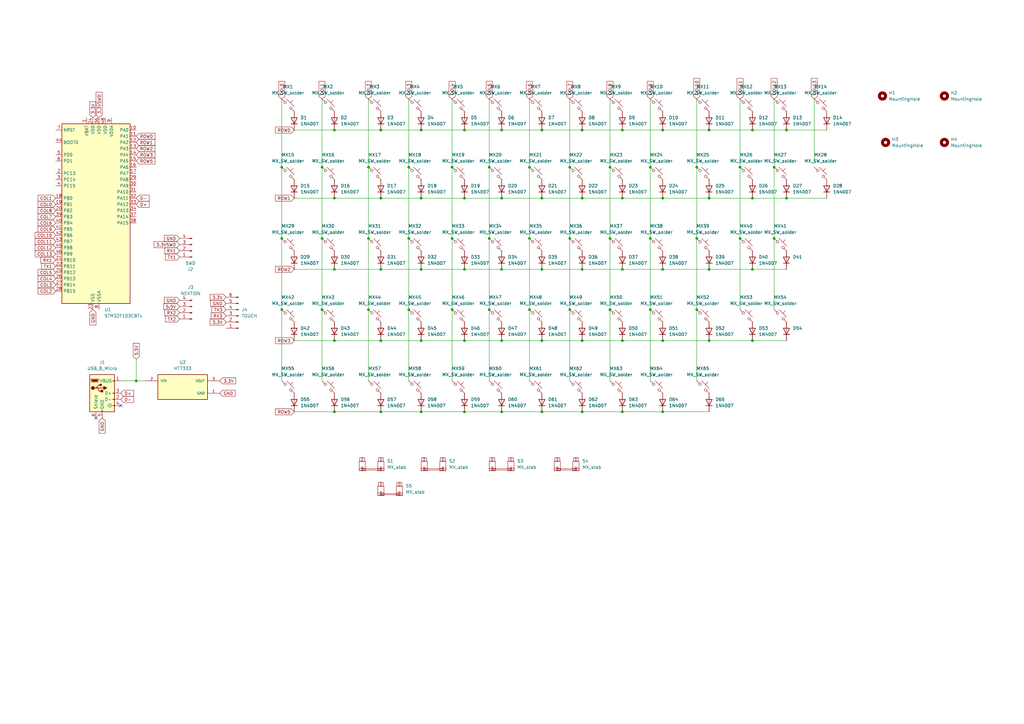
<source format=kicad_sch>
(kicad_sch (version 20231120) (generator "eeschema") (generator_version "8.0")
  (paper "A3")
  (junction (at 238.76 110.49))
  (junction (at 156.21 110.49))
  (junction (at 308.61 110.49))
  (junction (at 156.21 139.7))
  (junction (at 255.27 139.7))
  (junction (at 185.42 97.79))
  (junction (at 222.25 110.49))
  (junction (at 255.27 53.34))
  (junction (at 308.61 81.28))
  (junction (at 115.57 68.58))
  (junction (at 250.19 68.58))
  (junction (at 303.53 68.58))
  (junction (at 205.74 53.34))
  (junction (at 317.5 68.58))
  (junction (at 172.72 81.28))
  (junction (at 137.16 168.91))
  (junction (at 285.75 68.58))
  (junction (at 238.76 53.34))
  (junction (at 250.19 127))
  (junction (at 190.5 168.91))
  (junction (at 190.5 139.7))
  (junction (at 271.78 168.91))
  (junction (at 290.83 81.28))
  (junction (at 167.64 97.79))
  (junction (at 290.83 139.7))
  (junction (at 255.27 81.28))
  (junction (at 308.61 139.7))
  (junction (at 271.78 139.7))
  (junction (at 200.66 127))
  (junction (at 172.72 53.34))
  (junction (at 205.74 110.49))
  (junction (at 190.5 110.49))
  (junction (at 233.68 68.58))
  (junction (at 290.83 110.49))
  (junction (at 222.25 53.34))
  (junction (at 151.13 68.58))
  (junction (at 308.61 53.34))
  (junction (at 156.21 168.91))
  (junction (at 222.25 81.28))
  (junction (at 238.76 168.91))
  (junction (at 185.42 68.58))
  (junction (at 222.25 168.91))
  (junction (at 255.27 110.49))
  (junction (at 233.68 127))
  (junction (at 222.25 139.7))
  (junction (at 238.76 139.7))
  (junction (at 322.58 53.34))
  (junction (at 205.74 139.7))
  (junction (at 137.16 139.7))
  (junction (at 271.78 110.49))
  (junction (at 205.74 81.28))
  (junction (at 317.5 97.79))
  (junction (at 290.83 53.34))
  (junction (at 266.7 68.58))
  (junction (at 217.17 127))
  (junction (at 205.74 168.91))
  (junction (at 132.08 68.58))
  (junction (at 151.13 97.79))
  (junction (at 271.78 81.28))
  (junction (at 303.53 97.79))
  (junction (at 190.5 81.28))
  (junction (at 271.78 53.34))
  (junction (at 156.21 53.34))
  (junction (at 250.19 97.79))
  (junction (at 151.13 127))
  (junction (at 156.21 81.28))
  (junction (at 137.16 110.49))
  (junction (at 137.16 53.34))
  (junction (at 238.76 81.28))
  (junction (at 137.16 81.28))
  (junction (at 285.75 97.79))
  (junction (at 322.58 81.28))
  (junction (at 200.66 97.79))
  (junction (at 167.64 68.58))
  (junction (at 132.08 97.79))
  (junction (at 217.17 68.58))
  (junction (at 55.88 156.21))
  (junction (at 266.7 127))
  (junction (at 172.72 168.91))
  (junction (at 190.5 53.34))
  (junction (at 266.7 97.79))
  (junction (at 255.27 168.91))
  (junction (at 217.17 97.79))
  (junction (at 167.64 127))
  (junction (at 132.08 127))
  (junction (at 233.68 97.79))
  (junction (at 172.72 110.49))
  (junction (at 115.57 127))
  (junction (at 200.66 68.58))
  (junction (at 115.57 97.79))
  (junction (at 285.75 127))
  (junction (at 185.42 127))
  (junction (at 172.72 139.7))
  (no_connect (at 39.37 171.45))
  (no_connect (at 49.53 166.37))
  (wire (pts (xy 156.21 139.7) (xy 172.72 139.7)))
  (wire (pts (xy 285.75 127) (xy 285.75 156.21)))
  (wire (pts (xy 222.25 81.28) (xy 238.76 81.28)))
  (wire (pts (xy 285.75 68.58) (xy 285.75 97.79)))
  (wire (pts (xy 172.72 139.7) (xy 190.5 139.7)))
  (wire (pts (xy 200.66 97.79) (xy 200.66 127)))
  (wire (pts (xy 255.27 53.34) (xy 271.78 53.34)))
  (wire (pts (xy 290.83 110.49) (xy 308.61 110.49)))
  (wire (pts (xy 120.65 168.91) (xy 137.16 168.91)))
  (wire (pts (xy 285.75 97.79) (xy 285.75 127)))
  (wire (pts (xy 308.61 81.28) (xy 322.58 81.28)))
  (wire (pts (xy 238.76 168.91) (xy 255.27 168.91)))
  (wire (pts (xy 308.61 110.49) (xy 322.58 110.49)))
  (wire (pts (xy 151.13 127) (xy 151.13 156.21)))
  (wire (pts (xy 222.25 53.34) (xy 238.76 53.34)))
  (wire (pts (xy 172.72 168.91) (xy 190.5 168.91)))
  (wire (pts (xy 303.53 97.79) (xy 303.53 127)))
  (wire (pts (xy 217.17 127) (xy 217.17 156.21)))
  (wire (pts (xy 266.7 127) (xy 266.7 156.21)))
  (wire (pts (xy 238.76 139.7) (xy 255.27 139.7)))
  (wire (pts (xy 167.64 97.79) (xy 167.64 127)))
  (wire (pts (xy 190.5 53.34) (xy 205.74 53.34)))
  (wire (pts (xy 255.27 168.91) (xy 271.78 168.91)))
  (wire (pts (xy 151.13 40.64) (xy 151.13 68.58)))
  (wire (pts (xy 303.53 40.64) (xy 303.53 68.58)))
  (wire (pts (xy 271.78 110.49) (xy 290.83 110.49)))
  (wire (pts (xy 255.27 110.49) (xy 271.78 110.49)))
  (wire (pts (xy 205.74 110.49) (xy 222.25 110.49)))
  (wire (pts (xy 132.08 68.58) (xy 132.08 97.79)))
  (wire (pts (xy 115.57 127) (xy 115.57 156.21)))
  (wire (pts (xy 238.76 110.49) (xy 255.27 110.49)))
  (wire (pts (xy 222.25 139.7) (xy 238.76 139.7)))
  (wire (pts (xy 233.68 68.58) (xy 233.68 97.79)))
  (wire (pts (xy 190.5 168.91) (xy 205.74 168.91)))
  (wire (pts (xy 233.68 97.79) (xy 233.68 127)))
  (wire (pts (xy 308.61 139.7) (xy 322.58 139.7)))
  (wire (pts (xy 156.21 53.34) (xy 172.72 53.34)))
  (wire (pts (xy 205.74 168.91) (xy 222.25 168.91)))
  (wire (pts (xy 137.16 110.49) (xy 156.21 110.49)))
  (wire (pts (xy 217.17 97.79) (xy 217.17 127)))
  (wire (pts (xy 120.65 81.28) (xy 137.16 81.28)))
  (wire (pts (xy 172.72 53.34) (xy 190.5 53.34)))
  (wire (pts (xy 200.66 40.64) (xy 200.66 68.58)))
  (wire (pts (xy 190.5 110.49) (xy 205.74 110.49)))
  (wire (pts (xy 233.68 127) (xy 233.68 156.21)))
  (wire (pts (xy 290.83 53.34) (xy 308.61 53.34)))
  (wire (pts (xy 250.19 40.64) (xy 250.19 68.58)))
  (wire (pts (xy 55.88 156.21) (xy 59.69 156.21)))
  (wire (pts (xy 238.76 53.34) (xy 255.27 53.34)))
  (wire (pts (xy 151.13 97.79) (xy 151.13 127)))
  (wire (pts (xy 137.16 168.91) (xy 156.21 168.91)))
  (wire (pts (xy 185.42 97.79) (xy 185.42 127)))
  (wire (pts (xy 205.74 53.34) (xy 222.25 53.34)))
  (wire (pts (xy 266.7 40.64) (xy 266.7 68.58)))
  (wire (pts (xy 317.5 97.79) (xy 317.5 127)))
  (wire (pts (xy 137.16 139.7) (xy 156.21 139.7)))
  (wire (pts (xy 205.74 139.7) (xy 222.25 139.7)))
  (wire (pts (xy 271.78 168.91) (xy 290.83 168.91)))
  (wire (pts (xy 285.75 40.64) (xy 285.75 68.58)))
  (wire (pts (xy 222.25 110.49) (xy 238.76 110.49)))
  (wire (pts (xy 250.19 68.58) (xy 250.19 97.79)))
  (wire (pts (xy 250.19 97.79) (xy 250.19 127)))
  (wire (pts (xy 167.64 40.64) (xy 167.64 68.58)))
  (wire (pts (xy 317.5 68.58) (xy 317.5 97.79)))
  (wire (pts (xy 205.74 81.28) (xy 222.25 81.28)))
  (wire (pts (xy 308.61 53.34) (xy 322.58 53.34)))
  (wire (pts (xy 334.01 40.64) (xy 334.01 67.31)))
  (wire (pts (xy 190.5 139.7) (xy 205.74 139.7)))
  (wire (pts (xy 115.57 97.79) (xy 115.57 127)))
  (wire (pts (xy 322.58 81.28) (xy 339.09 81.28)))
  (wire (pts (xy 156.21 110.49) (xy 172.72 110.49)))
  (wire (pts (xy 132.08 127) (xy 132.08 156.21)))
  (wire (pts (xy 217.17 40.64) (xy 217.17 68.58)))
  (wire (pts (xy 238.76 81.28) (xy 255.27 81.28)))
  (wire (pts (xy 167.64 127) (xy 167.64 156.21)))
  (wire (pts (xy 217.17 68.58) (xy 217.17 97.79)))
  (wire (pts (xy 156.21 168.91) (xy 172.72 168.91)))
  (wire (pts (xy 185.42 68.58) (xy 185.42 97.79)))
  (wire (pts (xy 200.66 68.58) (xy 200.66 97.79)))
  (wire (pts (xy 156.21 81.28) (xy 172.72 81.28)))
  (wire (pts (xy 172.72 110.49) (xy 190.5 110.49)))
  (wire (pts (xy 317.5 40.64) (xy 317.5 68.58)))
  (wire (pts (xy 120.65 139.7) (xy 137.16 139.7)))
  (wire (pts (xy 233.68 40.64) (xy 233.68 68.58)))
  (wire (pts (xy 185.42 40.64) (xy 185.42 68.58)))
  (wire (pts (xy 132.08 40.64) (xy 132.08 68.58)))
  (wire (pts (xy 200.66 127) (xy 200.66 156.21)))
  (wire (pts (xy 271.78 53.34) (xy 290.83 53.34)))
  (wire (pts (xy 120.65 53.34) (xy 137.16 53.34)))
  (wire (pts (xy 172.72 81.28) (xy 190.5 81.28)))
  (wire (pts (xy 137.16 53.34) (xy 156.21 53.34)))
  (wire (pts (xy 115.57 40.64) (xy 115.57 68.58)))
  (wire (pts (xy 255.27 139.7) (xy 271.78 139.7)))
  (wire (pts (xy 185.42 127) (xy 185.42 156.21)))
  (wire (pts (xy 290.83 139.7) (xy 308.61 139.7)))
  (wire (pts (xy 290.83 81.28) (xy 308.61 81.28)))
  (wire (pts (xy 49.53 156.21) (xy 55.88 156.21)))
  (wire (pts (xy 271.78 81.28) (xy 290.83 81.28)))
  (wire (pts (xy 250.19 127) (xy 250.19 156.21)))
  (wire (pts (xy 151.13 68.58) (xy 151.13 97.79)))
  (wire (pts (xy 322.58 53.34) (xy 339.09 53.34)))
  (wire (pts (xy 303.53 68.58) (xy 303.53 97.79)))
  (wire (pts (xy 266.7 68.58) (xy 266.7 97.79)))
  (wire (pts (xy 137.16 81.28) (xy 156.21 81.28)))
  (wire (pts (xy 222.25 168.91) (xy 238.76 168.91)))
  (wire (pts (xy 271.78 139.7) (xy 290.83 139.7)))
  (wire (pts (xy 115.57 68.58) (xy 115.57 97.79)))
  (wire (pts (xy 190.5 81.28) (xy 205.74 81.28)))
  (wire (pts (xy 266.7 97.79) (xy 266.7 127)))
  (wire (pts (xy 132.08 97.79) (xy 132.08 127)))
  (wire (pts (xy 120.65 110.49) (xy 137.16 110.49)))
  (wire (pts (xy 55.88 147.32) (xy 55.88 156.21)))
  (wire (pts (xy 167.64 68.58) (xy 167.64 97.79)))
  (wire (pts (xy 255.27 81.28) (xy 271.78 81.28)))
  (global_label "ROW3" (shape input) (at 55.88 63.5 0) (property "Intersheetrefs" "${INTERSHEET_REFS}" (effects (hide yes))))
  (global_label "COL11" (shape input) (at 22.86 99.06 180) (property "Intersheetrefs" "${INTERSHEET_REFS}" (effects (hide yes))))
  (global_label "ROW0" (shape input) (at 120.65 53.34 180) (property "Intersheetrefs" "${INTERSHEET_REFS}" (effects (hide yes))))
  (global_label "COL3" (shape input) (at 22.86 116.84 180) (property "Intersheetrefs" "${INTERSHEET_REFS}" (effects (hide yes))))
  (global_label "COL5" (shape input) (at 22.86 111.76 180) (property "Intersheetrefs" "${INTERSHEET_REFS}" (effects (hide yes))))
  (global_label "COL6" (shape input) (at 22.86 91.44 180) (property "Intersheetrefs" "${INTERSHEET_REFS}" (effects (hide yes))))
  (global_label "ROW2" (shape input) (at 55.88 60.96 0) (property "Intersheetrefs" "${INTERSHEET_REFS}" (effects (hide yes))))
  (global_label "3.3V" (shape input) (at 90.17 156.21 0) (property "Intersheetrefs" "${INTERSHEET_REFS}" (effects (hide yes))))
  (global_label "RX2" (shape input) (at 73.66 128.27 180) (property "Intersheetrefs" "${INTERSHEET_REFS}" (effects (hide yes))))
  (global_label "COL9" (shape input) (at 22.86 93.98 180) (property "Intersheetrefs" "${INTERSHEET_REFS}" (effects (hide yes))))
  (global_label "3.3VSWD" (shape input) (at 73.66 100.33 180) (property "Intersheetrefs" "${INTERSHEET_REFS}" (effects (hide yes))))
  (global_label "GND" (shape input) (at 90.17 161.29 0) (property "Intersheetrefs" "${INTERSHEET_REFS}" (effects (hide yes))))
  (global_label "3.3V" (shape input) (at 92.71 132.08 180) (property "Intersheetrefs" "${INTERSHEET_REFS}" (effects (hide yes))))
  (global_label "D-" (shape input) (at 55.88 81.28 0) (property "Intersheetrefs" "${INTERSHEET_REFS}" (effects (hide yes))))
  (global_label "COL2" (shape input) (at 151.13 40.64 90) (property "Intersheetrefs" "${INTERSHEET_REFS}" (effects (hide yes))))
  (global_label "COL10" (shape input) (at 285.75 40.64 90) (property "Intersheetrefs" "${INTERSHEET_REFS}" (effects (hide yes))))
  (global_label "5.5V" (shape input) (at 73.66 125.73 180) (property "Intersheetrefs" "${INTERSHEET_REFS}" (effects (hide yes))))
  (global_label "COL7" (shape input) (at 233.68 40.64 90) (property "Intersheetrefs" "${INTERSHEET_REFS}" (effects (hide yes))))
  (global_label "TX3" (shape input) (at 92.71 127 180) (property "Intersheetrefs" "${INTERSHEET_REFS}" (effects (hide yes))))
  (global_label "COL5" (shape input) (at 200.66 40.64 90) (property "Intersheetrefs" "${INTERSHEET_REFS}" (effects (hide yes))))
  (global_label "3.3V" (shape input) (at 92.71 121.92 180) (property "Intersheetrefs" "${INTERSHEET_REFS}" (effects (hide yes))))
  (global_label "GND" (shape input) (at 38.1 127 270) (property "Intersheetrefs" "${INTERSHEET_REFS}" (effects (hide yes))))
  (global_label "COL10" (shape input) (at 22.86 96.52 180) (property "Intersheetrefs" "${INTERSHEET_REFS}" (effects (hide yes))))
  (global_label "COL1" (shape input) (at 132.08 40.64 90) (property "Intersheetrefs" "${INTERSHEET_REFS}" (effects (hide yes))))
  (global_label "COL4" (shape input) (at 22.86 114.3 180) (property "Intersheetrefs" "${INTERSHEET_REFS}" (effects (hide yes))))
  (global_label "ROW0" (shape input) (at 55.88 55.88 0) (property "Intersheetrefs" "${INTERSHEET_REFS}" (effects (hide yes))))
  (global_label "TX1" (shape input) (at 73.66 105.41 180) (property "Intersheetrefs" "${INTERSHEET_REFS}" (effects (hide yes))))
  (global_label "RX3" (shape input) (at 92.71 129.54 180) (property "Intersheetrefs" "${INTERSHEET_REFS}" (effects (hide yes))))
  (global_label "COL13" (shape input) (at 22.86 104.14 180) (property "Intersheetrefs" "${INTERSHEET_REFS}" (effects (hide yes))))
  (global_label "COL3" (shape input) (at 167.64 40.64 90) (property "Intersheetrefs" "${INTERSHEET_REFS}" (effects (hide yes))))
  (global_label "GND" (shape input) (at 73.66 123.19 180) (property "Intersheetrefs" "${INTERSHEET_REFS}" (effects (hide yes))))
  (global_label "COL6" (shape input) (at 217.17 40.64 90) (property "Intersheetrefs" "${INTERSHEET_REFS}" (effects (hide yes))))
  (global_label "RX1" (shape input) (at 73.66 102.87 180) (property "Intersheetrefs" "${INTERSHEET_REFS}" (effects (hide yes))))
  (global_label "COL8" (shape input) (at 22.86 86.36 180) (property "Intersheetrefs" "${INTERSHEET_REFS}" (effects (hide yes))))
  (global_label "GND" (shape input) (at 92.71 124.46 180) (property "Intersheetrefs" "${INTERSHEET_REFS}" (effects (hide yes))))
  (global_label "COL11" (shape input) (at 303.53 40.64 90) (property "Intersheetrefs" "${INTERSHEET_REFS}" (effects (hide yes))))
  (global_label "COL7" (shape input) (at 22.86 88.9 180) (property "Intersheetrefs" "${INTERSHEET_REFS}" (effects (hide yes))))
  (global_label "COL0" (shape input) (at 115.57 40.64 90) (property "Intersheetrefs" "${INTERSHEET_REFS}" (effects (hide yes))))
  (global_label "D+" (shape input) (at 55.88 83.82 0) (property "Intersheetrefs" "${INTERSHEET_REFS}" (effects (hide yes))))
  (global_label "RX1" (shape input) (at 22.86 106.68 180) (property "Intersheetrefs" "${INTERSHEET_REFS}" (effects (hide yes))))
  (global_label "COL12" (shape input) (at 317.5 40.64 90) (property "Intersheetrefs" "${INTERSHEET_REFS}" (effects (hide yes))))
  (global_label "ROW1" (shape input) (at 120.65 81.28 180) (property "Intersheetrefs" "${INTERSHEET_REFS}" (effects (hide yes))))
  (global_label "ROW1" (shape input) (at 55.88 58.42 0) (property "Intersheetrefs" "${INTERSHEET_REFS}" (effects (hide yes))))
  (global_label "COL4" (shape input) (at 185.42 40.64 90) (property "Intersheetrefs" "${INTERSHEET_REFS}" (effects (hide yes))))
  (global_label "ROW3" (shape input) (at 120.65 139.7 180) (property "Intersheetrefs" "${INTERSHEET_REFS}" (effects (hide yes))))
  (global_label "GND" (shape input) (at 41.91 171.45 270) (property "Intersheetrefs" "${INTERSHEET_REFS}" (effects (hide yes))))
  (global_label "5.5V" (shape input) (at 55.88 147.32 90) (property "Intersheetrefs" "${INTERSHEET_REFS}" (effects (hide yes))))
  (global_label "COL2" (shape input) (at 22.86 119.38 180) (property "Intersheetrefs" "${INTERSHEET_REFS}" (effects (hide yes))))
  (global_label "3.3VSWD" (shape input) (at 40.64 48.26 90) (property "Intersheetrefs" "${INTERSHEET_REFS}" (effects (hide yes))))
  (global_label "COL12" (shape input) (at 22.86 101.6 180) (property "Intersheetrefs" "${INTERSHEET_REFS}" (effects (hide yes))))
  (global_label "ROW5" (shape input) (at 120.65 168.91 180) (property "Intersheetrefs" "${INTERSHEET_REFS}" (effects (hide yes))))
  (global_label "COL1" (shape input) (at 22.86 81.28 180) (property "Intersheetrefs" "${INTERSHEET_REFS}" (effects (hide yes))))
  (global_label "GND" (shape input) (at 73.66 97.79 180) (property "Intersheetrefs" "${INTERSHEET_REFS}" (effects (hide yes))))
  (global_label "D+" (shape input) (at 49.53 161.29 0) (property "Intersheetrefs" "${INTERSHEET_REFS}" (effects (hide yes))))
  (global_label "ROW5" (shape input) (at 55.88 66.04 0) (property "Intersheetrefs" "${INTERSHEET_REFS}" (effects (hide yes))))
  (global_label "COL13" (shape input) (at 334.01 40.64 90) (property "Intersheetrefs" "${INTERSHEET_REFS}" (effects (hide yes))))
  (global_label "D-" (shape input) (at 49.53 163.83 0) (property "Intersheetrefs" "${INTERSHEET_REFS}" (effects (hide yes))))
  (global_label "TX2" (shape input) (at 73.66 130.81 180) (property "Intersheetrefs" "${INTERSHEET_REFS}" (effects (hide yes))))
  (global_label "COL0" (shape input) (at 22.86 83.82 180) (property "Intersheetrefs" "${INTERSHEET_REFS}" (effects (hide yes))))
  (global_label "COL8" (shape input) (at 250.19 40.64 90) (property "Intersheetrefs" "${INTERSHEET_REFS}" (effects (hide yes))))
  (global_label "3.3V" (shape input) (at 38.1 48.26 90) (property "Intersheetrefs" "${INTERSHEET_REFS}" (effects (hide yes))))
  (global_label "ROW2" (shape input) (at 120.65 110.49 180) (property "Intersheetrefs" "${INTERSHEET_REFS}" (effects (hide yes))))
  (global_label "COL9" (shape input) (at 266.7 40.64 90) (property "Intersheetrefs" "${INTERSHEET_REFS}" (effects (hide yes))))
  (global_label "TX1" (shape input) (at 22.86 109.22 180) (property "Intersheetrefs" "${INTERSHEET_REFS}" (effects (hide yes))))
  (symbol (lib_id "Diode:1N4007") (at 271.78 49.53 90) (unit 1)
    (property "Reference" "D10" (at 274.32 48.2599 90) (effects (justify right)))
    (property "Value" "1N4007" (at 274.32 50.7999 90) (effects (justify right)))
    (property "Footprint" "Diode_THT:D_DO-41_SOD81_P10.16mm_Horizontal" (effects (hide yes)))
    (property "Datasheet" "http://www.vishay.com/docs/88503/1n4001.pdf" (effects (hide yes)))
    (property "Description" "1000V 1A General Purpose Rectifier Diode, DO-41" (effects (hide yes)))
    (property "Sim.Device" "D" (effects (hide yes)))
    (property "Sim.Pins" "1=K 2=A" (effects (hide yes)))
  )
  (symbol (lib_id "Diode:1N4007") (at 308.61 106.68 90) (unit 1)
    (property "Reference" "D40" (at 311.15 105.4099 90) (effects (justify right)))
    (property "Value" "1N4007" (at 311.15 107.9499 90) (effects (justify right)))
    (property "Footprint" "Diode_THT:D_DO-41_SOD81_P10.16mm_Horizontal" (effects (hide yes)))
    (property "Datasheet" "http://www.vishay.com/docs/88503/1n4001.pdf" (effects (hide yes)))
    (property "Description" "1000V 1A General Purpose Rectifier Diode, DO-41" (effects (hide yes)))
    (property "Sim.Device" "D" (effects (hide yes)))
    (property "Sim.Pins" "1=K 2=A" (effects (hide yes)))
  )
  (symbol (lib_id "Diode:1N4007") (at 137.16 77.47 90) (unit 1)
    (property "Reference" "D16" (at 139.7 76.1999 90) (effects (justify right)))
    (property "Value" "1N4007" (at 139.7 78.7399 90) (effects (justify right)))
    (property "Footprint" "Diode_THT:D_DO-41_SOD81_P10.16mm_Horizontal" (effects (hide yes)))
    (property "Datasheet" "http://www.vishay.com/docs/88503/1n4001.pdf" (effects (hide yes)))
    (property "Description" "1000V 1A General Purpose Rectifier Diode, DO-41" (effects (hide yes)))
    (property "Sim.Device" "D" (effects (hide yes)))
    (property "Sim.Pins" "1=K 2=A" (effects (hide yes)))
  )
  (symbol (lib_id "Diode:1N4007") (at 190.5 106.68 90) (unit 1)
    (property "Reference" "D33" (at 193.04 105.4099 90) (effects (justify right)))
    (property "Value" "1N4007" (at 193.04 107.9499 90) (effects (justify right)))
    (property "Footprint" "Diode_THT:D_DO-41_SOD81_P10.16mm_Horizontal" (effects (hide yes)))
    (property "Datasheet" "http://www.vishay.com/docs/88503/1n4001.pdf" (effects (hide yes)))
    (property "Description" "1000V 1A General Purpose Rectifier Diode, DO-41" (effects (hide yes)))
    (property "Sim.Device" "D" (effects (hide yes)))
    (property "Sim.Pins" "1=K 2=A" (effects (hide yes)))
  )
  (symbol (lib_id "PCM_marbastlib-mx:MX_stab") (at 232.41 190.5 0) (unit 1)
    (property "Reference" "S4" (at 238.76 189.1029 0) (effects (justify left)))
    (property "Value" "MX_stab" (at 238.76 191.6429 0) (effects (justify left)))
    (property "Footprint" "PCM_marbastlib-mx:STAB_MX_P_2.25u" (effects (hide yes)))
    (property "Description" "Cherry MX-style stabilizer" (effects (hide yes)))
  )
  (symbol (lib_id "PCM_marbastlib-mx:MX_SW_solder") (at 236.22 158.75 0) (unit 1)
    (property "Reference" "MX62" (at 236.22 151.13 0))
    (property "Value" "MX_SW_solder" (at 236.22 153.67 0))
    (property "Footprint" "PCM_marbastlib-mx:SW_MX_1.25u" (effects (hide yes)))
    (property "Description" "Push button switch, normally open, two pins, 45° tilted" (effects (hide yes)))
  )
  (symbol (lib_id "Diode:1N4007") (at 271.78 77.47 90) (unit 1)
    (property "Reference" "D24" (at 274.32 76.1999 90) (effects (justify right)))
    (property "Value" "1N4007" (at 274.32 78.7399 90) (effects (justify right)))
    (property "Footprint" "Diode_THT:D_DO-41_SOD81_P10.16mm_Horizontal" (effects (hide yes)))
    (property "Datasheet" "http://www.vishay.com/docs/88503/1n4001.pdf" (effects (hide yes)))
    (property "Description" "1000V 1A General Purpose Rectifier Diode, DO-41" (effects (hide yes)))
    (property "Sim.Device" "D" (effects (hide yes)))
    (property "Sim.Pins" "1=K 2=A" (effects (hide yes)))
  )
  (symbol (lib_id "Connector:Conn_01x04_Pin") (at 78.74 128.27 180) (unit 1)
    (property "Reference" "J3" (at 78.232 117.856 0))
    (property "Value" "NEXTION" (at 78.232 120.396 0))
    (property "Footprint" "Connector_PinHeader_2.54mm:PinHeader_1x04_P2.54mm_Vertical" (effects (hide yes)))
    (property "Description" "Generic connector, single row, 01x04, script generated" (effects (hide yes)))
  )
  (symbol (lib_id "Diode:1N4007") (at 322.58 106.68 90) (unit 1)
    (property "Reference" "D41" (at 325.12 105.4099 90) (effects (justify right)))
    (property "Value" "1N4007" (effects (hide yes)))
    (property "Footprint" "Diode_THT:D_DO-41_SOD81_P10.16mm_Horizontal" (effects (hide yes)))
    (property "Datasheet" "http://www.vishay.com/docs/88503/1n4001.pdf" (effects (hide yes)))
    (property "Description" "1000V 1A General Purpose Rectifier Diode, DO-41" (effects (hide yes)))
    (property "Sim.Device" "D" (effects (hide yes)))
    (property "Sim.Pins" "1=K 2=A" (effects (hide yes)))
  )
  (symbol (lib_id "PCM_marbastlib-mx:MX_SW_solder") (at 336.55 71.12 0) (unit 1)
    (property "Reference" "MX28" (at 336.55 63.5 0))
    (property "Value" "MX_SW_solder" (at 336.55 66.04 0))
    (property "Footprint" "PCM_marbastlib-mx:SW_MX_1.5u" (effects (hide yes)))
    (property "Description" "Push button switch, normally open, two pins, 45° tilted" (effects (hide yes)))
  )
  (symbol (lib_id "PCM_marbastlib-mx:MX_SW_solder") (at 170.18 43.18 0) (unit 1)
    (property "Reference" "MX4" (at 170.18 35.56 0))
    (property "Value" "MX_SW_solder" (at 170.18 38.1 0))
    (property "Footprint" "PCM_marbastlib-mx:SW_MX_1u" (effects (hide yes)))
    (property "Description" "Push button switch, normally open, two pins, 45° tilted" (effects (hide yes)))
  )
  (symbol (lib_id "Connector:USB_B_Micro") (at 41.91 161.29 0) (unit 1)
    (property "Reference" "J1" (at 41.91 148.59 0))
    (property "Value" "USB_B_Micro" (at 41.91 151.13 0))
    (property "Footprint" "Connector_USB:USB_Micro-AB_Molex_47590-0001" (effects (hide yes)))
    (property "Description" "USB Micro Type B connector" (effects (hide yes)))
  )
  (symbol (lib_id "Diode:1N4007") (at 290.83 135.89 90) (unit 1)
    (property "Reference" "D52" (at 293.37 134.6199 90) (effects (justify right)))
    (property "Value" "1N4007" (at 293.37 137.1599 90) (effects (justify right)))
    (property "Footprint" "Diode_THT:D_DO-41_SOD81_P10.16mm_Horizontal" (effects (hide yes)))
    (property "Datasheet" "http://www.vishay.com/docs/88503/1n4001.pdf" (effects (hide yes)))
    (property "Description" "1000V 1A General Purpose Rectifier Diode, DO-41" (effects (hide yes)))
    (property "Sim.Device" "D" (effects (hide yes)))
    (property "Sim.Pins" "1=K 2=A" (effects (hide yes)))
  )
  (symbol (lib_id "Diode:1N4007") (at 205.74 106.68 90) (unit 1)
    (property "Reference" "D34" (at 208.28 105.4099 90) (effects (justify right)))
    (property "Value" "1N4007" (at 208.28 107.9499 90) (effects (justify right)))
    (property "Footprint" "Diode_THT:D_DO-41_SOD81_P10.16mm_Horizontal" (effects (hide yes)))
    (property "Datasheet" "http://www.vishay.com/docs/88503/1n4001.pdf" (effects (hide yes)))
    (property "Description" "1000V 1A General Purpose Rectifier Diode, DO-41" (effects (hide yes)))
    (property "Sim.Device" "D" (effects (hide yes)))
    (property "Sim.Pins" "1=K 2=A" (effects (hide yes)))
  )
  (symbol (lib_id "Diode:1N4007") (at 190.5 77.47 90) (unit 1)
    (property "Reference" "D19" (at 193.04 76.1999 90) (effects (justify right)))
    (property "Value" "1N4007" (at 193.04 78.7399 90) (effects (justify right)))
    (property "Footprint" "Diode_THT:D_DO-41_SOD81_P10.16mm_Horizontal" (effects (hide yes)))
    (property "Datasheet" "http://www.vishay.com/docs/88503/1n4001.pdf" (effects (hide yes)))
    (property "Description" "1000V 1A General Purpose Rectifier Diode, DO-41" (effects (hide yes)))
    (property "Sim.Device" "D" (effects (hide yes)))
    (property "Sim.Pins" "1=K 2=A" (effects (hide yes)))
  )
  (symbol (lib_id "Diode:1N4007") (at 137.16 49.53 90) (unit 1)
    (property "Reference" "D2" (at 139.7 48.2599 90) (effects (justify right)))
    (property "Value" "1N4007" (at 139.7 50.7999 90) (effects (justify right)))
    (property "Footprint" "Diode_THT:D_DO-41_SOD81_P10.16mm_Horizontal" (effects (hide yes)))
    (property "Datasheet" "http://www.vishay.com/docs/88503/1n4001.pdf" (effects (hide yes)))
    (property "Description" "1000V 1A General Purpose Rectifier Diode, DO-41" (effects (hide yes)))
    (property "Sim.Device" "D" (effects (hide yes)))
    (property "Sim.Pins" "1=K 2=A" (effects (hide yes)))
  )
  (symbol (lib_id "Diode:1N4007") (at 238.76 165.1 90) (unit 1)
    (property "Reference" "D62" (at 241.3 163.8299 90) (effects (justify right)))
    (property "Value" "1N4007" (at 241.3 166.3699 90) (effects (justify right)))
    (property "Footprint" "Diode_THT:D_DO-41_SOD81_P10.16mm_Horizontal" (effects (hide yes)))
    (property "Datasheet" "http://www.vishay.com/docs/88503/1n4001.pdf" (effects (hide yes)))
    (property "Description" "1000V 1A General Purpose Rectifier Diode, DO-41" (effects (hide yes)))
    (property "Sim.Device" "D" (effects (hide yes)))
    (property "Sim.Pins" "1=K 2=A" (effects (hide yes)))
  )
  (symbol (lib_id "PCM_marbastlib-mx:MX_SW_solder") (at 219.71 129.54 0) (unit 1)
    (property "Reference" "MX48" (at 219.71 121.92 0))
    (property "Value" "MX_SW_solder" (at 219.71 124.46 0))
    (property "Footprint" "PCM_marbastlib-mx:SW_MX_1u" (effects (hide yes)))
    (property "Description" "Push button switch, normally open, two pins, 45° tilted" (effects (hide yes)))
  )
  (symbol (lib_id "Diode:1N4007") (at 222.25 106.68 90) (unit 1)
    (property "Reference" "D35" (at 224.79 105.4099 90) (effects (justify right)))
    (property "Value" "1N4007" (at 224.79 107.9499 90) (effects (justify right)))
    (property "Footprint" "Diode_THT:D_DO-41_SOD81_P10.16mm_Horizontal" (effects (hide yes)))
    (property "Datasheet" "http://www.vishay.com/docs/88503/1n4001.pdf" (effects (hide yes)))
    (property "Description" "1000V 1A General Purpose Rectifier Diode, DO-41" (effects (hide yes)))
    (property "Sim.Device" "D" (effects (hide yes)))
    (property "Sim.Pins" "1=K 2=A" (effects (hide yes)))
  )
  (symbol (lib_id "Diode:1N4007") (at 339.09 77.47 90) (unit 1)
    (property "Reference" "D28" (at 341.63 76.1999 90) (effects (justify right)))
    (property "Value" "1N4007" (at 341.63 78.7399 90) (effects (justify right)))
    (property "Footprint" "Diode_THT:D_DO-41_SOD81_P10.16mm_Horizontal" (effects (hide yes)))
    (property "Datasheet" "http://www.vishay.com/docs/88503/1n4001.pdf" (effects (hide yes)))
    (property "Description" "1000V 1A General Purpose Rectifier Diode, DO-41" (effects (hide yes)))
    (property "Sim.Device" "D" (effects (hide yes)))
    (property "Sim.Pins" "1=K 2=A" (effects (hide yes)))
  )
  (symbol (lib_id "Diode:1N4007") (at 308.61 49.53 90) (unit 1)
    (property "Reference" "D12" (at 311.15 48.2599 90) (effects (justify right)))
    (property "Value" "1N4007" (at 311.15 50.7999 90) (effects (justify right)))
    (property "Footprint" "Diode_THT:D_DO-41_SOD81_P10.16mm_Horizontal" (effects (hide yes)))
    (property "Datasheet" "http://www.vishay.com/docs/88503/1n4001.pdf" (effects (hide yes)))
    (property "Description" "1000V 1A General Purpose Rectifier Diode, DO-41" (effects (hide yes)))
    (property "Sim.Device" "D" (effects (hide yes)))
    (property "Sim.Pins" "1=K 2=A" (effects (hide yes)))
  )
  (symbol (lib_id "Diode:1N4007") (at 222.25 135.89 90) (unit 1)
    (property "Reference" "D48" (at 224.79 134.6199 90) (effects (justify right)))
    (property "Value" "1N4007" (at 224.79 137.1599 90) (effects (justify right)))
    (property "Footprint" "Diode_THT:D_DO-41_SOD81_P10.16mm_Horizontal" (effects (hide yes)))
    (property "Datasheet" "http://www.vishay.com/docs/88503/1n4001.pdf" (effects (hide yes)))
    (property "Description" "1000V 1A General Purpose Rectifier Diode, DO-41" (effects (hide yes)))
    (property "Sim.Device" "D" (effects (hide yes)))
    (property "Sim.Pins" "1=K 2=A" (effects (hide yes)))
  )
  (symbol (lib_id "PCM_marbastlib-mx:MX_SW_solder") (at 187.96 158.75 0) (unit 1)
    (property "Reference" "MX59" (at 187.96 151.13 0))
    (property "Value" "MX_SW_solder" (at 187.96 153.67 0))
    (property "Footprint" "PCM_marbastlib-mx:SW_MX_1.25u" (effects (hide yes)))
    (property "Description" "Push button switch, normally open, two pins, 45° tilted" (effects (hide yes)))
  )
  (symbol (lib_id "PCM_marbastlib-mx:MX_SW_solder") (at 288.29 43.18 0) (unit 1)
    (property "Reference" "MX11" (at 288.29 35.56 0))
    (property "Value" "MX_SW_solder" (at 288.29 38.1 0))
    (property "Footprint" "PCM_marbastlib-mx:SW_MX_1u" (effects (hide yes)))
    (property "Description" "Push button switch, normally open, two pins, 45° tilted" (effects (hide yes)))
  )
  (symbol (lib_id "HT7333:HT7333") (at 74.93 158.75 0) (unit 1)
    (property "Reference" "U2" (at 74.93 148.59 0))
    (property "Value" "HT7333" (at 74.93 151.13 0))
    (property "Footprint" "Audio_Module:IC_HT7333" (effects (hide yes)))
    (property "MF" "Holtek Semiconductor" (effects (hide yes)))
    (property "MAXIMUM_PACKAGE_HEIGHT" "1.6 mm" (effects (hide yes)))
    (property "Package" "None" (effects (hide yes)))
    (property "Price" "None" (effects (hide yes)))
    (property "Check_prices" "https://www.snapeda.com/parts/HT7333/Holtek/view-part/?ref=eda" (effects (hide yes)))
    (property "STANDARD" "Manufacturer Recommendations" (effects (hide yes)))
    (property "PARTREV" "1.80" (effects (hide yes)))
    (property "SnapEDA_Link" "https://www.snapeda.com/parts/HT7333/Holtek/view-part/?ref=snap" (effects (hide yes)))
    (property "MP" "HT7333" (effects (hide yes)))
    (property "Description_1" "\nThree-terminal, low power, high voltage regulator implemented in CMOS technology\n" (effects (hide yes)))
    (property "SNAPEDA_PN" "HT7333" (effects (hide yes)))
    (property "Availability" "In Stock" (effects (hide yes)))
    (property "MANUFACTURER" "Holtek" (effects (hide yes)))
  )
  (symbol (lib_id "PCM_marbastlib-mx:MX_SW_solder") (at 187.96 129.54 0) (unit 1)
    (property "Reference" "MX46" (at 187.96 121.92 0))
    (property "Value" "MX_SW_solder" (at 187.96 124.46 0))
    (property "Footprint" "PCM_marbastlib-mx:SW_MX_1u" (effects (hide yes)))
    (property "Description" "Push button switch, normally open, two pins, 45° tilted" (effects (hide yes)))
  )
  (symbol (lib_id "Diode:1N4007") (at 339.09 49.53 90) (unit 1)
    (property "Reference" "D14" (at 341.63 48.2599 90) (effects (justify right)))
    (property "Value" "1N4007" (at 341.63 50.7999 90) (effects (justify right)))
    (property "Footprint" "Diode_THT:D_DO-41_SOD81_P10.16mm_Horizontal" (effects (hide yes)))
    (property "Datasheet" "http://www.vishay.com/docs/88503/1n4001.pdf" (effects (hide yes)))
    (property "Description" "1000V 1A General Purpose Rectifier Diode, DO-41" (effects (hide yes)))
    (property "Sim.Device" "D" (effects (hide yes)))
    (property "Sim.Pins" "1=K 2=A" (effects (hide yes)))
  )
  (symbol (lib_id "PCM_marbastlib-mx:MX_SW_solder") (at 306.07 43.18 0) (unit 1)
    (property "Reference" "MX12" (at 306.07 35.56 0))
    (property "Value" "MX_SW_solder" (at 306.07 38.1 0))
    (property "Footprint" "PCM_marbastlib-mx:SW_MX_1u" (effects (hide yes)))
    (property "Description" "Push button switch, normally open, two pins, 45° tilted" (effects (hide yes)))
  )
  (symbol (lib_id "Connector:Conn_01x04_Pin") (at 78.74 102.87 180) (unit 1)
    (property "Reference" "J2" (at 78.105 110.49 0))
    (property "Value" "SWD" (at 78.105 107.95 0))
    (property "Footprint" "Connector_PinHeader_2.54mm:PinHeader_1x04_P2.54mm_Vertical" (effects (hide yes)))
    (property "Description" "Generic connector, single row, 01x04, script generated" (effects (hide yes)))
  )
  (symbol (lib_id "PCM_marbastlib-mx:MX_SW_solder") (at 118.11 129.54 0) (unit 1)
    (property "Reference" "MX42" (at 118.11 121.92 0))
    (property "Value" "MX_SW_solder" (at 118.11 124.46 0))
    (property "Footprint" "PCM_marbastlib-mx:SW_MX_1u" (effects (hide yes)))
    (property "Description" "Push button switch, normally open, two pins, 45° tilted" (effects (hide yes)))
  )
  (symbol (lib_id "Diode:1N4007") (at 120.65 135.89 90) (unit 1)
    (property "Reference" "D42" (at 123.19 134.6199 90) (effects (justify right)))
    (property "Value" "1N4007" (at 123.19 137.1599 90) (effects (justify right)))
    (property "Footprint" "Diode_THT:D_DO-41_SOD81_P10.16mm_Horizontal" (effects (hide yes)))
    (property "Datasheet" "http://www.vishay.com/docs/88503/1n4001.pdf" (effects (hide yes)))
    (property "Description" "1000V 1A General Purpose Rectifier Diode, DO-41" (effects (hide yes)))
    (property "Sim.Device" "D" (effects (hide yes)))
    (property "Sim.Pins" "1=K 2=A" (effects (hide yes)))
  )
  (symbol (lib_id "PCM_marbastlib-mx:MX_SW_solder") (at 320.04 71.12 0) (unit 1)
    (property "Reference" "MX27" (at 320.04 63.5 0))
    (property "Value" "MX_SW_solder" (at 320.04 66.04 0))
    (property "Footprint" "PCM_marbastlib-mx:SW_MX_1u" (effects (hide yes)))
    (property "Description" "Push button switch, normally open, two pins, 45° tilted" (effects (hide yes)))
  )
  (symbol (lib_id "PCM_marbastlib-mx:MX_SW_solder") (at 187.96 43.18 0) (unit 1)
    (property "Reference" "MX5" (at 187.96 35.56 0))
    (property "Value" "MX_SW_solder" (at 187.96 38.1 0))
    (property "Footprint" "PCM_marbastlib-mx:SW_MX_1u" (effects (hide yes)))
    (property "Description" "Push button switch, normally open, two pins, 45° tilted" (effects (hide yes)))
  )
  (symbol (lib_id "Diode:1N4007") (at 290.83 77.47 90) (unit 1)
    (property "Reference" "D25" (at 293.37 76.1999 90) (effects (justify right)))
    (property "Value" "1N4007" (at 293.37 78.7399 90) (effects (justify right)))
    (property "Footprint" "Diode_THT:D_DO-41_SOD81_P10.16mm_Horizontal" (effects (hide yes)))
    (property "Datasheet" "http://www.vishay.com/docs/88503/1n4001.pdf" (effects (hide yes)))
    (property "Description" "1000V 1A General Purpose Rectifier Diode, DO-41" (effects (hide yes)))
    (property "Sim.Device" "D" (effects (hide yes)))
    (property "Sim.Pins" "1=K 2=A" (effects (hide yes)))
  )
  (symbol (lib_id "PCM_marbastlib-mx:MX_SW_solder") (at 153.67 100.33 0) (unit 1)
    (property "Reference" "MX31" (at 153.67 92.71 0))
    (property "Value" "MX_SW_solder" (at 153.67 95.25 0))
    (property "Footprint" "PCM_marbastlib-mx:SW_MX_1u" (effects (hide yes)))
    (property "Description" "Push button switch, normally open, two pins, 45° tilted" (effects (hide yes)))
  )
  (symbol (lib_id "Diode:1N4007") (at 156.21 165.1 90) (unit 1)
    (property "Reference" "D57" (at 158.75 163.8299 90) (effects (justify right)))
    (property "Value" "1N4007" (at 158.75 166.3699 90) (effects (justify right)))
    (property "Footprint" "Diode_THT:D_DO-41_SOD81_P10.16mm_Horizontal" (effects (hide yes)))
    (property "Datasheet" "http://www.vishay.com/docs/88503/1n4001.pdf" (effects (hide yes)))
    (property "Description" "1000V 1A General Purpose Rectifier Diode, DO-41" (effects (hide yes)))
    (property "Sim.Device" "D" (effects (hide yes)))
    (property "Sim.Pins" "1=K 2=A" (effects (hide yes)))
  )
  (symbol (lib_id "PCM_marbastlib-mx:MX_SW_solder") (at 153.67 158.75 0) (unit 1)
    (property "Reference" "MX57" (at 153.67 151.13 0))
    (property "Value" "MX_SW_solder" (at 153.67 153.67 0))
    (property "Footprint" "PCM_marbastlib-mx:SW_MX_1.25u" (effects (hide yes)))
    (property "Description" "Push button switch, normally open, two pins, 45° tilted" (effects (hide yes)))
  )
  (symbol (lib_id "PCM_marbastlib-mx:MX_SW_solder") (at 187.96 71.12 0) (unit 1)
    (property "Reference" "MX19" (at 187.96 63.5 0))
    (property "Value" "MX_SW_solder" (at 187.96 66.04 0))
    (property "Footprint" "PCM_marbastlib-mx:SW_MX_1u" (effects (hide yes)))
    (property "Description" "Push button switch, normally open, two pins, 45° tilted" (effects (hide yes)))
  )
  (symbol (lib_id "Diode:1N4007") (at 190.5 165.1 90) (unit 1)
    (property "Reference" "D59" (at 193.04 163.8299 90) (effects (justify right)))
    (property "Value" "1N4007" (at 193.04 166.3699 90) (effects (justify right)))
    (property "Footprint" "Diode_THT:D_DO-41_SOD81_P10.16mm_Horizontal" (effects (hide yes)))
    (property "Datasheet" "http://www.vishay.com/docs/88503/1n4001.pdf" (effects (hide yes)))
    (property "Description" "1000V 1A General Purpose Rectifier Diode, DO-41" (effects (hide yes)))
    (property "Sim.Device" "D" (effects (hide yes)))
    (property "Sim.Pins" "1=K 2=A" (effects (hide yes)))
  )
  (symbol (lib_id "Diode:1N4007") (at 222.25 77.47 90) (unit 1)
    (property "Reference" "D21" (at 224.79 76.1999 90) (effects (justify right)))
    (property "Value" "1N4007" (at 224.79 78.7399 90) (effects (justify right)))
    (property "Footprint" "Diode_THT:D_DO-41_SOD81_P10.16mm_Horizontal" (effects (hide yes)))
    (property "Datasheet" "http://www.vishay.com/docs/88503/1n4001.pdf" (effects (hide yes)))
    (property "Description" "1000V 1A General Purpose Rectifier Diode, DO-41" (effects (hide yes)))
    (property "Sim.Device" "D" (effects (hide yes)))
    (property "Sim.Pins" "1=K 2=A" (effects (hide yes)))
  )
  (symbol (lib_id "Diode:1N4007") (at 308.61 135.89 90) (unit 1)
    (property "Reference" "D53" (at 311.15 134.6199 90) (effects (justify right)))
    (property "Value" "1N4007" (at 311.15 137.1599 90) (effects (justify right)))
    (property "Footprint" "Diode_THT:D_DO-41_SOD81_P10.16mm_Horizontal" (effects (hide yes)))
    (property "Datasheet" "http://www.vishay.com/docs/88503/1n4001.pdf" (effects (hide yes)))
    (property "Description" "1000V 1A General Purpose Rectifier Diode, DO-41" (effects (hide yes)))
    (property "Sim.Device" "D" (effects (hide yes)))
    (property "Sim.Pins" "1=K 2=A" (effects (hide yes)))
  )
  (symbol (lib_id "PCM_marbastlib-mx:MX_SW_solder") (at 134.62 43.18 0) (unit 1)
    (property "Reference" "MX2" (at 134.62 35.56 0))
    (property "Value" "MX_SW_solder" (at 134.62 38.1 0))
    (property "Footprint" "PCM_marbastlib-mx:SW_MX_1u" (effects (hide yes)))
    (property "Description" "Push button switch, normally open, two pins, 45° tilted" (effects (hide yes)))
  )
  (symbol (lib_id "PCM_marbastlib-mx:MX_SW_solder") (at 306.07 71.12 0) (unit 1)
    (property "Reference" "MX26" (at 306.07 63.5 0))
    (property "Value" "MX_SW_solder" (at 306.07 66.04 0))
    (property "Footprint" "PCM_marbastlib-mx:SW_MX_1u" (effects (hide yes)))
    (property "Description" "Push button switch, normally open, two pins, 45° tilted" (effects (hide yes)))
  )
  (symbol (lib_id "Diode:1N4007") (at 205.74 135.89 90) (unit 1)
    (property "Reference" "D47" (at 208.28 134.6199 90) (effects (justify right)))
    (property "Value" "1N4007" (at 208.28 137.1599 90) (effects (justify right)))
    (property "Footprint" "Diode_THT:D_DO-41_SOD81_P10.16mm_Horizontal" (effects (hide yes)))
    (property "Datasheet" "http://www.vishay.com/docs/88503/1n4001.pdf" (effects (hide yes)))
    (property "Description" "1000V 1A General Purpose Rectifier Diode, DO-41" (effects (hide yes)))
    (property "Sim.Device" "D" (effects (hide yes)))
    (property "Sim.Pins" "1=K 2=A" (effects (hide yes)))
  )
  (symbol (lib_id "PCM_marbastlib-mx:MX_SW_solder") (at 236.22 100.33 0) (unit 1)
    (property "Reference" "MX36" (at 236.22 92.71 0))
    (property "Value" "MX_SW_solder" (at 236.22 95.25 0))
    (property "Footprint" "PCM_marbastlib-mx:SW_MX_1u" (effects (hide yes)))
    (property "Description" "Push button switch, normally open, two pins, 45° tilted" (effects (hide yes)))
  )
  (symbol (lib_id "PCM_marbastlib-mx:MX_SW_solder") (at 320.04 129.54 0) (unit 1)
    (property "Reference" "MX54" (at 320.04 121.92 0))
    (property "Value" "MX_SW_solder" (at 320.04 124.46 0))
    (property "Footprint" "PCM_marbastlib-mx:SW_MX_1u" (effects (hide yes)))
    (property "Description" "Push button switch, normally open, two pins, 45° tilted" (effects (hide yes)))
  )
  (symbol (lib_id "PCM_marbastlib-mx:MX_SW_solder") (at 252.73 71.12 0) (unit 1)
    (property "Reference" "MX23" (at 252.73 63.5 0))
    (property "Value" "MX_SW_solder" (at 252.73 66.04 0))
    (property "Footprint" "PCM_marbastlib-mx:SW_MX_1u" (effects (hide yes)))
    (property "Description" "Push button switch, normally open, two pins, 45° tilted" (effects (hide yes)))
  )
  (symbol (lib_id "PCM_marbastlib-mx:MX_SW_solder") (at 306.07 100.33 0) (unit 1)
    (property "Reference" "MX40" (at 306.07 92.71 0))
    (property "Value" "MX_SW_solder" (at 306.07 95.25 0))
    (property "Footprint" "PCM_marbastlib-mx:SW_MX_1u" (effects (hide yes)))
    (property "Description" "Push button switch, normally open, two pins, 45° tilted" (effects (hide yes)))
  )
  (symbol (lib_id "PCM_marbastlib-mx:MX_SW_solder") (at 252.73 43.18 0) (unit 1)
    (property "Reference" "MX9" (at 252.73 35.56 0))
    (property "Value" "MX_SW_solder" (at 252.73 38.1 0))
    (property "Footprint" "PCM_marbastlib-mx:SW_MX_1u" (effects (hide yes)))
    (property "Description" "Push button switch, normally open, two pins, 45° tilted" (effects (hide yes)))
  )
  (symbol (lib_id "PCM_marbastlib-mx:MX_SW_solder") (at 236.22 71.12 0) (unit 1)
    (property "Reference" "MX22" (at 236.22 63.5 0))
    (property "Value" "MX_SW_solder" (at 236.22 66.04 0))
    (property "Footprint" "PCM_marbastlib-mx:SW_MX_1u" (effects (hide yes)))
    (property "Description" "Push button switch, normally open, two pins, 45° tilted" (effects (hide yes)))
  )
  (symbol (lib_id "Diode:1N4007") (at 255.27 106.68 90) (unit 1)
    (property "Reference" "D37" (at 257.81 105.4099 90) (effects (justify right)))
    (property "Value" "1N4007" (at 257.81 107.9499 90) (effects (justify right)))
    (property "Footprint" "Diode_THT:D_DO-41_SOD81_P10.16mm_Horizontal" (effects (hide yes)))
    (property "Datasheet" "http://www.vishay.com/docs/88503/1n4001.pdf" (effects (hide yes)))
    (property "Description" "1000V 1A General Purpose Rectifier Diode, DO-41" (effects (hide yes)))
    (property "Sim.Device" "D" (effects (hide yes)))
    (property "Sim.Pins" "1=K 2=A" (effects (hide yes)))
  )
  (symbol (lib_id "Diode:1N4007") (at 290.83 49.53 90) (unit 1)
    (property "Reference" "D11" (at 293.37 48.2599 90) (effects (justify right)))
    (property "Value" "1N4007" (at 293.37 50.7999 90) (effects (justify right)))
    (property "Footprint" "Diode_THT:D_DO-41_SOD81_P10.16mm_Horizontal" (effects (hide yes)))
    (property "Datasheet" "http://www.vishay.com/docs/88503/1n4001.pdf" (effects (hide yes)))
    (property "Description" "1000V 1A General Purpose Rectifier Diode, DO-41" (effects (hide yes)))
    (property "Sim.Device" "D" (effects (hide yes)))
    (property "Sim.Pins" "1=K 2=A" (effects (hide yes)))
  )
  (symbol (lib_id "Diode:1N4007") (at 205.74 77.47 90) (unit 1)
    (property "Reference" "D20" (at 208.28 76.1999 90) (effects (justify right)))
    (property "Value" "1N4007" (at 208.28 78.7399 90) (effects (justify right)))
    (property "Footprint" "Diode_THT:D_DO-41_SOD81_P10.16mm_Horizontal" (effects (hide yes)))
    (property "Datasheet" "http://www.vishay.com/docs/88503/1n4001.pdf" (effects (hide yes)))
    (property "Description" "1000V 1A General Purpose Rectifier Diode, DO-41" (effects (hide yes)))
    (property "Sim.Device" "D" (effects (hide yes)))
    (property "Sim.Pins" "1=K 2=A" (effects (hide yes)))
  )
  (symbol (lib_id "PCM_marbastlib-mx:MX_stab") (at 205.74 190.5 0) (unit 1)
    (property "Reference" "S3" (at 212.09 189.1029 0) (effects (justify left)))
    (property "Value" "MX_stab" (at 212.09 191.6429 0) (effects (justify left)))
    (property "Footprint" "PCM_marbastlib-mx:STAB_MX_P_2u" (effects (hide yes)))
    (property "Description" "Cherry MX-style stabilizer" (effects (hide yes)))
  )
  (symbol (lib_id "PCM_marbastlib-mx:MX_SW_solder") (at 153.67 71.12 0) (unit 1)
    (property "Reference" "MX17" (at 153.67 63.5 0))
    (property "Value" "MX_SW_solder" (at 153.67 66.04 0))
    (property "Footprint" "PCM_marbastlib-mx:SW_MX_1u" (effects (hide yes)))
    (property "Description" "Push button switch, normally open, two pins, 45° tilted" (effects (hide yes)))
  )
  (symbol (lib_id "PCM_marbastlib-mx:MX_SW_solder") (at 203.2 158.75 0) (unit 1)
    (property "Reference" "MX60" (at 203.2 151.13 0))
    (property "Value" "MX_SW_solder" (at 203.2 153.67 0))
    (property "Footprint" "PCM_marbastlib-mx:SW_MX_1.25u" (effects (hide yes)))
    (property "Description" "Push button switch, normally open, two pins, 45° tilted" (effects (hide yes)))
  )
  (symbol (lib_id "Diode:1N4007") (at 271.78 165.1 90) (unit 1)
    (property "Reference" "D64" (at 274.32 163.8299 90) (effects (justify right)))
    (property "Value" "1N4007" (at 274.32 166.3699 90) (effects (justify right)))
    (property "Footprint" "Diode_THT:D_DO-41_SOD81_P10.16mm_Horizontal" (effects (hide yes)))
    (property "Datasheet" "http://www.vishay.com/docs/88503/1n4001.pdf" (effects (hide yes)))
    (property "Description" "1000V 1A General Purpose Rectifier Diode, DO-41" (effects (hide yes)))
    (property "Sim.Device" "D" (effects (hide yes)))
    (property "Sim.Pins" "1=K 2=A" (effects (hide yes)))
  )
  (symbol (lib_id "PCM_marbastlib-mx:MX_stab") (at 152.4 190.5 0) (unit 1)
    (property "Reference" "S1" (at 158.75 189.1029 0) (effects (justify left)))
    (property "Value" "MX_stab" (at 158.75 191.6429 0) (effects (justify left)))
    (property "Footprint" "PCM_marbastlib-mx:STAB_MX_P_6.25u" (effects (hide yes)))
    (property "Description" "Cherry MX-style stabilizer" (effects (hide yes)))
  )
  (symbol (lib_id "Diode:1N4007") (at 120.65 49.53 90) (unit 1)
    (property "Reference" "D1" (at 123.19 48.2599 90) (effects (justify right)))
    (property "Value" "1N4007" (at 123.19 50.7999 90) (effects (justify right)))
    (property "Footprint" "Diode_THT:D_DO-41_SOD81_P10.16mm_Horizontal" (effects (hide yes)))
    (property "Datasheet" "http://www.vishay.com/docs/88503/1n4001.pdf" (effects (hide yes)))
    (property "Description" "1000V 1A General Purpose Rectifier Diode, DO-41" (effects (hide yes)))
    (property "Sim.Device" "D" (effects (hide yes)))
    (property "Sim.Pins" "1=K 2=A" (effects (hide yes)))
  )
  (symbol (lib_id "Diode:1N4007") (at 172.72 49.53 90) (unit 1)
    (property "Reference" "D4" (at 175.26 48.2599 90) (effects (justify right)))
    (property "Value" "1N4007" (at 175.26 50.7999 90) (effects (justify right)))
    (property "Footprint" "Diode_THT:D_DO-41_SOD81_P10.16mm_Horizontal" (effects (hide yes)))
    (property "Datasheet" "http://www.vishay.com/docs/88503/1n4001.pdf" (effects (hide yes)))
    (property "Description" "1000V 1A General Purpose Rectifier Diode, DO-41" (effects (hide yes)))
    (property "Sim.Device" "D" (effects (hide yes)))
    (property "Sim.Pins" "1=K 2=A" (effects (hide yes)))
  )
  (symbol (lib_id "PCM_marbastlib-mx:MX_SW_solder") (at 219.71 158.75 0) (unit 1)
    (property "Reference" "MX61" (at 219.71 151.13 0))
    (property "Value" "MX_SW_solder" (at 219.71 153.67 0))
    (property "Footprint" "PCM_marbastlib-mx:SW_MX_1.25u" (effects (hide yes)))
    (property "Description" "Push button switch, normally open, two pins, 45° tilted" (effects (hide yes)))
  )
  (symbol (lib_id "PCM_marbastlib-mx:MX_SW_solder") (at 252.73 158.75 0) (unit 1)
    (property "Reference" "MX63" (at 252.73 151.13 0))
    (property "Value" "MX_SW_solder" (at 252.73 153.67 0))
    (property "Footprint" "PCM_marbastlib-mx:SW_MX_1u" (effects (hide yes)))
    (property "Description" "Push button switch, normally open, two pins, 45° tilted" (effects (hide yes)))
  )
  (symbol (lib_id "Diode:1N4007") (at 205.74 49.53 90) (unit 1)
    (property "Reference" "D6" (at 208.28 48.2599 90) (effects (justify right)))
    (property "Value" "1N4007" (at 208.28 50.7999 90) (effects (justify right)))
    (property "Footprint" "Diode_THT:D_DO-41_SOD81_P10.16mm_Horizontal" (effects (hide yes)))
    (property "Datasheet" "http://www.vishay.com/docs/88503/1n4001.pdf" (effects (hide yes)))
    (property "Description" "1000V 1A General Purpose Rectifier Diode, DO-41" (effects (hide yes)))
    (property "Sim.Device" "D" (effects (hide yes)))
    (property "Sim.Pins" "1=K 2=A" (effects (hide yes)))
  )
  (symbol (lib_id "PCM_marbastlib-mx:MX_SW_solder") (at 306.07 129.54 0) (unit 1)
    (property "Reference" "MX53" (at 306.07 121.92 0))
    (property "Value" "MX_SW_solder" (at 306.07 124.46 0))
    (property "Footprint" "PCM_marbastlib-mx:SW_MX_1u" (effects (hide yes)))
    (property "Description" "Push button switch, normally open, two pins, 45° tilted" (effects (hide yes)))
  )
  (symbol (lib_id "PCM_marbastlib-mx:MX_SW_solder") (at 203.2 129.54 0) (unit 1)
    (property "Reference" "MX47" (at 203.2 121.92 0))
    (property "Value" "MX_SW_solder" (at 203.2 124.46 0))
    (property "Footprint" "PCM_marbastlib-mx:SW_MX_1u" (effects (hide yes)))
    (property "Description" "Push button switch, normally open, two pins, 45° tilted" (effects (hide yes)))
  )
  (symbol (lib_id "PCM_marbastlib-mx:MX_SW_solder") (at 288.29 71.12 0) (unit 1)
    (property "Reference" "MX25" (at 288.29 63.5 0))
    (property "Value" "MX_SW_solder" (at 288.29 66.04 0))
    (property "Footprint" "PCM_marbastlib-mx:SW_MX_1u" (effects (hide yes)))
    (property "Description" "Push button switch, normally open, two pins, 45° tilted" (effects (hide yes)))
  )
  (symbol (lib_id "PCM_marbastlib-mx:MX_SW_solder") (at 134.62 129.54 0) (unit 1)
    (property "Reference" "MX43" (at 134.62 121.92 0))
    (property "Value" "MX_SW_solder" (at 134.62 124.46 0))
    (property "Footprint" "PCM_marbastlib-mx:SW_MX_1u" (effects (hide yes)))
    (property "Description" "Push button switch, normally open, two pins, 45° tilted" (effects (hide yes)))
  )
  (symbol (lib_id "Diode:1N4007") (at 172.72 77.47 90) (unit 1)
    (property "Reference" "D18" (at 175.26 76.1999 90) (effects (justify right)))
    (property "Value" "1N4007" (at 175.26 78.7399 90) (effects (justify right)))
    (property "Footprint" "Diode_THT:D_DO-41_SOD81_P10.16mm_Horizontal" (effects (hide yes)))
    (property "Datasheet" "http://www.vishay.com/docs/88503/1n4001.pdf" (effects (hide yes)))
    (property "Description" "1000V 1A General Purpose Rectifier Diode, DO-41" (effects (hide yes)))
    (property "Sim.Device" "D" (effects (hide yes)))
    (property "Sim.Pins" "1=K 2=A" (effects (hide yes)))
  )
  (symbol (lib_id "Diode:1N4007") (at 205.74 165.1 90) (unit 1)
    (property "Reference" "D60" (at 208.28 163.8299 90) (effects (justify right)))
    (property "Value" "1N4007" (at 208.28 166.3699 90) (effects (justify right)))
    (property "Footprint" "Diode_THT:D_DO-41_SOD81_P10.16mm_Horizontal" (effects (hide yes)))
    (property "Datasheet" "http://www.vishay.com/docs/88503/1n4001.pdf" (effects (hide yes)))
    (property "Description" "1000V 1A General Purpose Rectifier Diode, DO-41" (effects (hide yes)))
    (property "Sim.Device" "D" (effects (hide yes)))
    (property "Sim.Pins" "1=K 2=A" (effects (hide yes)))
  )
  (symbol (lib_id "PCM_marbastlib-mx:MX_SW_solder") (at 219.71 100.33 0) (unit 1)
    (property "Reference" "MX35" (at 219.71 92.71 0))
    (property "Value" "MX_SW_solder" (at 219.71 95.25 0))
    (property "Footprint" "PCM_marbastlib-mx:SW_MX_1u" (effects (hide yes)))
    (property "Description" "Push button switch, normally open, two pins, 45° tilted" (effects (hide yes)))
  )
  (symbol (lib_id "PCM_marbastlib-mx:MX_SW_solder") (at 170.18 129.54 0) (unit 1)
    (property "Reference" "MX45" (at 170.18 121.92 0))
    (property "Value" "MX_SW_solder" (at 170.18 124.46 0))
    (property "Footprint" "PCM_marbastlib-mx:SW_MX_1u" (effects (hide yes)))
    (property "Description" "Push button switch, normally open, two pins, 45° tilted" (effects (hide yes)))
  )
  (symbol (lib_id "PCM_marbastlib-mx:MX_SW_solder") (at 269.24 158.75 0) (unit 1)
    (property "Reference" "MX64" (at 269.24 151.13 0))
    (property "Value" "MX_SW_solder" (at 269.24 153.67 0))
    (property "Footprint" "PCM_marbastlib-mx:SW_MX_1u" (effects (hide yes)))
    (property "Description" "Push button switch, normally open, two pins, 45° tilted" (effects (hide yes)))
  )
  (symbol (lib_id "Diode:1N4007") (at 255.27 49.53 90) (unit 1)
    (property "Reference" "D9" (at 257.81 48.2599 90) (effects (justify right)))
    (property "Value" "1N4007" (at 257.81 50.7999 90) (effects (justify right)))
    (property "Footprint" "Diode_THT:D_DO-41_SOD81_P10.16mm_Horizontal" (effects (hide yes)))
    (property "Datasheet" "http://www.vishay.com/docs/88503/1n4001.pdf" (effects (hide yes)))
    (property "Description" "1000V 1A General Purpose Rectifier Diode, DO-41" (effects (hide yes)))
    (property "Sim.Device" "D" (effects (hide yes)))
    (property "Sim.Pins" "1=K 2=A" (effects (hide yes)))
  )
  (symbol (lib_id "Diode:1N4007") (at 255.27 165.1 90) (unit 1)
    (property "Reference" "D63" (at 257.81 163.8299 90) (effects (justify right)))
    (property "Value" "1N4007" (at 257.81 166.3699 90) (effects (justify right)))
    (property "Footprint" "Diode_THT:D_DO-41_SOD81_P10.16mm_Horizontal" (effects (hide yes)))
    (property "Datasheet" "http://www.vishay.com/docs/88503/1n4001.pdf" (effects (hide yes)))
    (property "Description" "1000V 1A General Purpose Rectifier Diode, DO-41" (effects (hide yes)))
    (property "Sim.Device" "D" (effects (hide yes)))
    (property "Sim.Pins" "1=K 2=A" (effects (hide yes)))
  )
  (symbol (lib_id "PCM_marbastlib-mx:MX_SW_solder") (at 336.55 43.18 0) (unit 1)
    (property "Reference" "MX14" (at 336.55 35.56 0))
    (property "Value" "MX_SW_solder" (at 336.55 38.1 0))
    (property "Footprint" "PCM_marbastlib-mx:SW_MX_1u" (effects (hide yes)))
    (property "Description" "Push button switch, normally open, two pins, 45° tilted" (effects (hide yes)))
  )
  (symbol (lib_id "Diode:1N4007") (at 271.78 106.68 90) (unit 1)
    (property "Reference" "D38" (at 274.32 105.4099 90) (effects (justify right)))
    (property "Value" "1N4007" (at 274.32 107.9499 90) (effects (justify right)))
    (property "Footprint" "Diode_THT:D_DO-41_SOD81_P10.16mm_Horizontal" (effects (hide yes)))
    (property "Datasheet" "http://www.vishay.com/docs/88503/1n4001.pdf" (effects (hide yes)))
    (property "Description" "1000V 1A General Purpose Rectifier Diode, DO-41" (effects (hide yes)))
    (property "Sim.Device" "D" (effects (hide yes)))
    (property "Sim.Pins" "1=K 2=A" (effects (hide yes)))
  )
  (symbol (lib_id "Mechanical:MountingHole") (at 387.35 39.37 0) (unit 1)
    (property "Reference" "H2" (at 389.89 38.0999 0) (effects (justify left)))
    (property "Value" "MountingHole" (at 389.89 40.6399 0) (effects (justify left)))
    (property "Footprint" "MountingHole:MountingHole_3.2mm_M3" (effects (hide yes)))
    (property "Description" "Mounting Hole without connection" (effects (hide yes)))
  )
  (symbol (lib_id "PCM_marbastlib-mx:MX_SW_solder") (at 269.24 129.54 0) (unit 1)
    (property "Reference" "MX51" (at 269.24 121.92 0))
    (property "Value" "MX_SW_solder" (at 269.24 124.46 0))
    (property "Footprint" "PCM_marbastlib-mx:SW_MX_1u" (effects (hide yes)))
    (property "Description" "Push button switch, normally open, two pins, 45° tilted" (effects (hide yes)))
  )
  (symbol (lib_id "PCM_marbastlib-mx:MX_SW_solder") (at 118.11 71.12 0) (unit 1)
    (property "Reference" "MX15" (at 118.11 63.5 0))
    (property "Value" "MX_SW_solder" (at 118.11 66.04 0))
    (property "Footprint" "PCM_marbastlib-mx:SW_MX_1.5u" (effects (hide yes)))
    (property "Description" "Push button switch, normally open, two pins, 45° tilted" (effects (hide yes)))
  )
  (symbol (lib_id "Diode:1N4007") (at 322.58 77.47 90) (unit 1)
    (property "Reference" "D27" (at 325.12 76.1999 90) (effects (justify right)))
    (property "Value" "1N4007" (at 325.12 78.7399 90) (effects (justify right)))
    (property "Footprint" "Diode_THT:D_DO-41_SOD81_P10.16mm_Horizontal" (effects (hide yes)))
    (property "Datasheet" "http://www.vishay.com/docs/88503/1n4001.pdf" (effects (hide yes)))
    (property "Description" "1000V 1A General Purpose Rectifier Diode, DO-41" (effects (hide yes)))
    (property "Sim.Device" "D" (effects (hide yes)))
    (property "Sim.Pins" "1=K 2=A" (effects (hide yes)))
  )
  (symbol (lib_id "PCM_marbastlib-mx:MX_SW_solder") (at 187.96 100.33 0) (unit 1)
    (property "Reference" "MX33" (at 187.96 92.71 0))
    (property "Value" "MX_SW_solder" (at 187.96 95.25 0))
    (property "Footprint" "PCM_marbastlib-mx:SW_MX_1u" (effects (hide yes)))
    (property "Description" "Push button switch, normally open, two pins, 45° tilted" (effects (hide yes)))
  )
  (symbol (lib_id "PCM_marbastlib-mx:MX_SW_solder") (at 118.11 100.33 0) (unit 1)
    (property "Reference" "MX29" (at 118.11 92.71 0))
    (property "Value" "MX_SW_solder" (at 118.11 95.25 0))
    (property "Footprint" "PCM_marbastlib-mx:SW_MX_1.75u" (effects (hide yes)))
    (property "Description" "Push button switch, normally open, two pins, 45° tilted" (effects (hide yes)))
  )
  (symbol (lib_id "PCM_marbastlib-mx:MX_SW_solder") (at 153.67 43.18 0) (unit 1)
    (property "Reference" "MX3" (at 153.67 35.56 0))
    (property "Value" "MX_SW_solder" (at 153.67 38.1 0))
    (property "Footprint" "PCM_marbastlib-mx:SW_MX_1u" (effects (hide yes)))
    (property "Description" "Push button switch, normally open, two pins, 45° tilted" (effects (hide yes)))
  )
  (symbol (lib_id "Diode:1N4007") (at 222.25 49.53 90) (unit 1)
    (property "Reference" "D7" (at 224.79 48.2599 90) (effects (justify right)))
    (property "Value" "1N4007" (at 224.79 50.7999 90) (effects (justify right)))
    (property "Footprint" "Diode_THT:D_DO-41_SOD81_P10.16mm_Horizontal" (effects (hide yes)))
    (property "Datasheet" "http://www.vishay.com/docs/88503/1n4001.pdf" (effects (hide yes)))
    (property "Description" "1000V 1A General Purpose Rectifier Diode, DO-41" (effects (hide yes)))
    (property "Sim.Device" "D" (effects (hide yes)))
    (property "Sim.Pins" "1=K 2=A" (effects (hide yes)))
  )
  (symbol (lib_id "Diode:1N4007") (at 222.25 165.1 90) (unit 1)
    (property "Reference" "D61" (at 224.79 163.8299 90) (effects (justify right)))
    (property "Value" "1N4007" (at 224.79 166.3699 90) (effects (justify right)))
    (property "Footprint" "Diode_THT:D_DO-41_SOD81_P10.16mm_Horizontal" (effects (hide yes)))
    (property "Datasheet" "http://www.vishay.com/docs/88503/1n4001.pdf" (effects (hide yes)))
    (property "Description" "1000V 1A General Purpose Rectifier Diode, DO-41" (effects (hide yes)))
    (property "Sim.Device" "D" (effects (hide yes)))
    (property "Sim.Pins" "1=K 2=A" (effects (hide yes)))
  )
  (symbol (lib_id "Diode:1N4007") (at 172.72 135.89 90) (unit 1)
    (property "Reference" "D45" (at 175.26 134.6199 90) (effects (justify right)))
    (property "Value" "1N4007" (at 175.26 137.1599 90) (effects (justify right)))
    (property "Footprint" "Diode_THT:D_DO-41_SOD81_P10.16mm_Horizontal" (effects (hide yes)))
    (property "Datasheet" "http://www.vishay.com/docs/88503/1n4001.pdf" (effects (hide yes)))
    (property "Description" "1000V 1A General Purpose Rectifier Diode, DO-41" (effects (hide yes)))
    (property "Sim.Device" "D" (effects (hide yes)))
    (property "Sim.Pins" "1=K 2=A" (effects (hide yes)))
  )
  (symbol (lib_id "PCM_marbastlib-mx:MX_SW_solder") (at 288.29 100.33 0) (unit 1)
    (property "Reference" "MX39" (at 288.29 92.71 0))
    (property "Value" "MX_SW_solder" (at 288.29 95.25 0))
    (property "Footprint" "PCM_marbastlib-mx:SW_MX_1u" (effects (hide yes)))
    (property "Description" "Push button switch, normally open, two pins, 45° tilted" (effects (hide yes)))
  )
  (symbol (lib_id "Connector:Conn_01x06_Pin") (at 97.79 129.54 180) (unit 1)
    (property "Reference" "J4" (at 99.06 126.9999 0) (effects (justify right)))
    (property "Value" "TOUCH" (at 99.06 129.5399 0) (effects (justify right)))
    (property "Footprint" "Connector_PinSocket_2.54mm:PinSocket_1x06_P2.54mm_Vertical" (effects (hide yes)))
    (property "Description" "Generic connector, single row, 01x06, script generated" (effects (hide yes)))
  )
  (symbol (lib_id "Diode:1N4007") (at 290.83 165.1 90) (unit 1)
    (property "Reference" "D65" (at 293.37 163.8299 90) (effects (justify right)))
    (property "Value" "1N4007" (at 293.37 166.3699 90) (effects (justify right)))
    (property "Footprint" "Diode_THT:D_DO-41_SOD81_P10.16mm_Horizontal" (effects (hide yes)))
    (property "Datasheet" "http://www.vishay.com/docs/88503/1n4001.pdf" (effects (hide yes)))
    (property "Description" "1000V 1A General Purpose Rectifier Diode, DO-41" (effects (hide yes)))
    (property "Sim.Device" "D" (effects (hide yes)))
    (property "Sim.Pins" "1=K 2=A" (effects (hide yes)))
  )
  (symbol (lib_id "PCM_marbastlib-mx:MX_SW_solder") (at 118.11 158.75 0) (unit 1)
    (property "Reference" "MX55" (at 118.11 151.13 0))
    (property "Value" "MX_SW_solder" (at 118.11 153.67 0))
    (property "Footprint" "PCM_marbastlib-mx:SW_MX_1.25u" (effects (hide yes)))
    (property "Description" "Push button switch, normally open, two pins, 45° tilted" (effects (hide yes)))
  )
  (symbol (lib_id "Diode:1N4007") (at 290.83 106.68 90) (unit 1)
    (property "Reference" "D39" (at 293.37 105.4099 90) (effects (justify right)))
    (property "Value" "1N4007" (at 293.37 107.9499 90) (effects (justify right)))
    (property "Footprint" "Diode_THT:D_DO-41_SOD81_P10.16mm_Horizontal" (effects (hide yes)))
    (property "Datasheet" "http://www.vishay.com/docs/88503/1n4001.pdf" (effects (hide yes)))
    (property "Description" "1000V 1A General Purpose Rectifier Diode, DO-41" (effects (hide yes)))
    (property "Sim.Device" "D" (effects (hide yes)))
    (property "Sim.Pins" "1=K 2=A" (effects (hide yes)))
  )
  (symbol (lib_id "Diode:1N4007") (at 255.27 77.47 90) (unit 1)
    (property "Reference" "D23" (at 257.81 76.1999 90) (effects (justify right)))
    (property "Value" "1N4007" (at 257.81 78.7399 90) (effects (justify right)))
    (property "Footprint" "Diode_THT:D_DO-41_SOD81_P10.16mm_Horizontal" (effects (hide yes)))
    (property "Datasheet" "http://www.vishay.com/docs/88503/1n4001.pdf" (effects (hide yes)))
    (property "Description" "1000V 1A General Purpose Rectifier Diode, DO-41" (effects (hide yes)))
    (property "Sim.Device" "D" (effects (hide yes)))
    (property "Sim.Pins" "1=K 2=A" (effects (hide yes)))
  )
  (symbol (lib_id "MCU_ST_STM32F1:STM32F103CBTx") (at 38.1 88.9 0) (unit 1)
    (property "Reference" "U1" (at 42.8341 127 0) (effects (justify left)))
    (property "Value" "STM32F103CBTx" (at 42.8341 129.54 0) (effects (justify left)))
    (property "Footprint" "Package_QFP:LQFP-48_7x7mm_P0.5mm" (effects (hide yes)))
    (property "Datasheet" "https://www.st.com/resource/en/datasheet/stm32f103cb.pdf" (effects (hide yes)))
    (property "Description" "STMicroelectronics Arm Cortex-M3 MCU, 128KB flash, 20KB RAM, 72 MHz, 2.0-3.6V, 37 GPIO, LQFP48" (effects (hide yes)))
  )
  (symbol (lib_id "Diode:1N4007") (at 308.61 77.47 90) (unit 1)
    (property "Reference" "D26" (at 311.15 76.1999 90) (effects (justify right)))
    (property "Value" "1N4007" (at 311.15 78.7399 90) (effects (justify right)))
    (property "Footprint" "Diode_THT:D_DO-41_SOD81_P10.16mm_Horizontal" (effects (hide yes)))
    (property "Datasheet" "http://www.vishay.com/docs/88503/1n4001.pdf" (effects (hide yes)))
    (property "Description" "1000V 1A General Purpose Rectifier Diode, DO-41" (effects (hide yes)))
    (property "Sim.Device" "D" (effects (hide yes)))
    (property "Sim.Pins" "1=K 2=A" (effects (hide yes)))
  )
  (symbol (lib_id "Diode:1N4007") (at 156.21 49.53 90) (unit 1)
    (property "Reference" "D3" (at 158.75 48.2599 90) (effects (justify right)))
    (property "Value" "1N4007" (at 158.75 50.7999 90) (effects (justify right)))
    (property "Footprint" "Diode_THT:D_DO-41_SOD81_P10.16mm_Horizontal" (effects (hide yes)))
    (property "Datasheet" "http://www.vishay.com/docs/88503/1n4001.pdf" (effects (hide yes)))
    (property "Description" "1000V 1A General Purpose Rectifier Diode, DO-41" (effects (hide yes)))
    (property "Sim.Device" "D" (effects (hide yes)))
    (property "Sim.Pins" "1=K 2=A" (effects (hide yes)))
  )
  (symbol (lib_id "PCM_marbastlib-mx:MX_SW_solder") (at 320.04 100.33 0) (unit 1)
    (property "Reference" "MX41" (at 320.04 92.71 0))
    (property "Value" "MX_SW_solder" (at 320.04 95.25 0))
    (property "Footprint" "PCM_marbastlib-mx:SW_MX_1u" (effects (hide yes)))
    (property "Description" "Push button switch, normally open, two pins, 45° tilted" (effects (hide yes)))
  )
  (symbol (lib_id "Diode:1N4007") (at 238.76 135.89 90) (unit 1)
    (property "Reference" "D49" (at 241.3 134.6199 90) (effects (justify right)))
    (property "Value" "1N4007" (at 241.3 137.1599 90) (effects (justify right)))
    (property "Footprint" "Diode_THT:D_DO-41_SOD81_P10.16mm_Horizontal" (effects (hide yes)))
    (property "Datasheet" "http://www.vishay.com/docs/88503/1n4001.pdf" (effects (hide yes)))
    (property "Description" "1000V 1A General Purpose Rectifier Diode, DO-41" (effects (hide yes)))
    (property "Sim.Device" "D" (effects (hide yes)))
    (property "Sim.Pins" "1=K 2=A" (effects (hide yes)))
  )
  (symbol (lib_id "PCM_marbastlib-mx:MX_SW_solder") (at 118.11 43.18 0) (unit 1)
    (property "Reference" "MX1" (at 118.11 35.56 0))
    (property "Value" "MX_SW_solder" (at 118.11 38.1 0))
    (property "Footprint" "PCM_marbastlib-mx:SW_MX_1u" (effects (hide yes)))
    (property "Description" "Push button switch, normally open, two pins, 45° tilted" (effects (hide yes)))
  )
  (symbol (lib_id "Diode:1N4007") (at 120.65 77.47 90) (unit 1)
    (property "Reference" "D15" (at 123.19 76.1999 90) (effects (justify right)))
    (property "Value" "1N4007" (at 123.19 78.7399 90) (effects (justify right)))
    (property "Footprint" "Diode_THT:D_DO-41_SOD81_P10.16mm_Horizontal" (effects (hide yes)))
    (property "Datasheet" "http://www.vishay.com/docs/88503/1n4001.pdf" (effects (hide yes)))
    (property "Description" "1000V 1A General Purpose Rectifier Diode, DO-41" (effects (hide yes)))
    (property "Sim.Device" "D" (effects (hide yes)))
    (property "Sim.Pins" "1=K 2=A" (effects (hide yes)))
  )
  (symbol (lib_id "PCM_marbastlib-mx:MX_SW_solder") (at 320.04 43.18 0) (unit 1)
    (property "Reference" "MX13" (at 320.04 35.56 0))
    (property "Value" "MX_SW_solder" (at 320.04 38.1 0))
    (property "Footprint" "PCM_marbastlib-mx:SW_MX_1u" (effects (hide yes)))
    (property "Description" "Push button switch, normally open, two pins, 45° tilted" (effects (hide yes)))
  )
  (symbol (lib_id "PCM_marbastlib-mx:MX_SW_solder") (at 236.22 129.54 0) (unit 1)
    (property "Reference" "MX49" (at 236.22 121.92 0))
    (property "Value" "MX_SW_solder" (at 236.22 124.46 0))
    (property "Footprint" "PCM_marbastlib-mx:SW_MX_1u" (effects (hide yes)))
    (property "Description" "Push button switch, normally open, two pins, 45° tilted" (effects (hide yes)))
  )
  (symbol (lib_id "PCM_marbastlib-mx:MX_SW_solder") (at 203.2 71.12 0) (unit 1)
    (property "Reference" "MX20" (at 203.2 63.5 0))
    (property "Value" "MX_SW_solder" (at 203.2 66.04 0))
    (property "Footprint" "PCM_marbastlib-mx:SW_MX_1u" (effects (hide yes)))
    (property "Description" "Push button switch, normally open, two pins, 45° tilted" (effects (hide yes)))
  )
  (symbol (lib_id "Diode:1N4007") (at 190.5 135.89 90) (unit 1)
    (property "Reference" "D46" (at 193.04 134.6199 90) (effects (justify right)))
    (property "Value" "1N4007" (at 193.04 137.1599 90) (effects (justify right)))
    (property "Footprint" "Diode_THT:D_DO-41_SOD81_P10.16mm_Horizontal" (effects (hide yes)))
    (property "Datasheet" "http://www.vishay.com/docs/88503/1n4001.pdf" (effects (hide yes)))
    (property "Description" "1000V 1A General Purpose Rectifier Diode, DO-41" (effects (hide yes)))
    (property "Sim.Device" "D" (effects (hide yes)))
    (property "Sim.Pins" "1=K 2=A" (effects (hide yes)))
  )
  (symbol (lib_id "PCM_marbastlib-mx:MX_SW_solder") (at 269.24 71.12 0) (unit 1)
    (property "Reference" "MX24" (at 269.24 63.5 0))
    (property "Value" "MX_SW_solder" (at 269.24 66.04 0))
    (property "Footprint" "PCM_marbastlib-mx:SW_MX_1u" (effects (hide yes)))
    (property "Description" "Push button switch, normally open, two pins, 45° tilted" (effects (hide yes)))
  )
  (symbol (lib_id "Diode:1N4007") (at 238.76 77.47 90) (unit 1)
    (property "Reference" "D22" (at 241.3 76.1999 90) (effects (justify right)))
    (property "Value" "1N4007" (at 241.3 78.7399 90) (effects (justify right)))
    (property "Footprint" "Diode_THT:D_DO-41_SOD81_P10.16mm_Horizontal" (effects (hide yes)))
    (property "Datasheet" "http://www.vishay.com/docs/88503/1n4001.pdf" (effects (hide yes)))
    (property "Description" "1000V 1A General Purpose Rectifier Diode, DO-41" (effects (hide yes)))
    (property "Sim.Device" "D" (effects (hide yes)))
    (property "Sim.Pins" "1=K 2=A" (effects (hide yes)))
  )
  (symbol (lib_id "PCM_marbastlib-mx:MX_SW_solder") (at 134.62 71.12 0) (unit 1)
    (property "Reference" "MX16" (at 134.62 63.5 0))
    (property "Value" "MX_SW_solder" (at 134.62 66.04 0))
    (property "Footprint" "PCM_marbastlib-mx:SW_MX_1u" (effects (hide yes)))
    (property "Description" "Push button switch, normally open, two pins, 45° tilted" (effects (hide yes)))
  )
  (symbol (lib_id "Mechanical:MountingHole") (at 387.35 58.42 0) (unit 1)
    (property "Reference" "H4" (at 389.89 57.1499 0) (effects (justify left)))
    (property "Value" "MountingHole" (at 389.89 59.6899 0) (effects (justify left)))
    (property "Footprint" "MountingHole:MountingHole_3.2mm_M3" (effects (hide yes)))
    (property "Description" "Mounting Hole without connection" (effects (hide yes)))
  )
  (symbol (lib_id "Diode:1N4007") (at 172.72 106.68 90) (unit 1)
    (property "Reference" "D32" (at 175.26 105.4099 90) (effects (justify right)))
    (property "Value" "1N4007" (at 175.26 107.9499 90) (effects (justify right)))
    (property "Footprint" "Diode_THT:D_DO-41_SOD81_P10.16mm_Horizontal" (effects (hide yes)))
    (property "Datasheet" "http://www.vishay.com/docs/88503/1n4001.pdf" (effects (hide yes)))
    (property "Description" "1000V 1A General Purpose Rectifier Diode, DO-41" (effects (hide yes)))
    (property "Sim.Device" "D" (effects (hide yes)))
    (property "Sim.Pins" "1=K 2=A" (effects (hide yes)))
  )
  (symbol (lib_id "PCM_marbastlib-mx:MX_SW_solder") (at 203.2 43.18 0) (unit 1)
    (property "Reference" "MX6" (at 203.2 35.56 0))
    (property "Value" "MX_SW_solder" (at 203.2 38.1 0))
    (property "Footprint" "PCM_marbastlib-mx:SW_MX_1u" (effects (hide yes)))
    (property "Description" "Push button switch, normally open, two pins, 45° tilted" (effects (hide yes)))
  )
  (symbol (lib_id "Diode:1N4007") (at 137.16 135.89 90) (unit 1)
    (property "Reference" "D43" (at 139.7 134.6199 90) (effects (justify right)))
    (property "Value" "1N4007" (at 139.7 137.1599 90) (effects (justify right)))
    (property "Footprint" "Diode_THT:D_DO-41_SOD81_P10.16mm_Horizontal" (effects (hide yes)))
    (property "Datasheet" "http://www.vishay.com/docs/88503/1n4001.pdf" (effects (hide yes)))
    (property "Description" "1000V 1A General Purpose Rectifier Diode, DO-41" (effects (hide yes)))
    (property "Sim.Device" "D" (effects (hide yes)))
    (property "Sim.Pins" "1=K 2=A" (effects (hide yes)))
  )
  (symbol (lib_id "PCM_marbastlib-mx:MX_SW_solder") (at 269.24 43.18 0) (unit 1)
    (property "Reference" "MX10" (at 269.24 35.56 0))
    (property "Value" "MX_SW_solder" (at 269.24 38.1 0))
    (property "Footprint" "PCM_marbastlib-mx:SW_MX_1u" (effects (hide yes)))
    (property "Description" "Push button switch, normally open, two pins, 45° tilted" (effects (hide yes)))
  )
  (symbol (lib_id "PCM_marbastlib-mx:MX_SW_solder") (at 170.18 158.75 0) (unit 1)
    (property "Reference" "MX58" (at 170.18 151.13 0))
    (property "Value" "MX_SW_solder" (at 170.18 153.67 0))
    (property "Footprint" "PCM_marbastlib-mx:SW_MX_1u" (effects (hide yes)))
    (property "Description" "Push button switch, normally open, two pins, 45° tilted" (effects (hide yes)))
  )
  (symbol (lib_id "Diode:1N4007") (at 137.16 106.68 90) (unit 1)
    (property "Reference" "D30" (at 139.7 105.4099 90) (effects (justify right)))
    (property "Value" "1N4007" (at 139.7 107.9499 90) (effects (justify right)))
    (property "Footprint" "Diode_THT:D_DO-41_SOD81_P10.16mm_Horizontal" (effects (hide yes)))
    (property "Datasheet" "http://www.vishay.com/docs/88503/1n4001.pdf" (effects (hide yes)))
    (property "Description" "1000V 1A General Purpose Rectifier Diode, DO-41" (effects (hide yes)))
    (property "Sim.Device" "D" (effects (hide yes)))
    (property "Sim.Pins" "1=K 2=A" (effects (hide yes)))
  )
  (symbol (lib_id "Diode:1N4007") (at 190.5 49.53 90) (unit 1)
    (property "Reference" "D5" (at 193.04 48.2599 90) (effects (justify right)))
    (property "Value" "1N4007" (at 193.04 50.7999 90) (effects (justify right)))
    (property "Footprint" "Diode_THT:D_DO-41_SOD81_P10.16mm_Horizontal" (effects (hide yes)))
    (property "Datasheet" "http://www.vishay.com/docs/88503/1n4001.pdf" (effects (hide yes)))
    (property "Description" "1000V 1A General Purpose Rectifier Diode, DO-41" (effects (hide yes)))
    (property "Sim.Device" "D" (effects (hide yes)))
    (property "Sim.Pins" "1=K 2=A" (effects (hide yes)))
  )
  (symbol (lib_id "PCM_marbastlib-mx:MX_stab") (at 177.8 190.5 0) (unit 1)
    (property "Reference" "S2" (at 184.15 189.1029 0) (effects (justify left)))
    (property "Value" "MX_stab" (at 184.15 191.6429 0) (effects (justify left)))
    (property "Footprint" "PCM_marbastlib-mx:STAB_MX_P_2.75u" (effects (hide yes)))
    (property "Description" "Cherry MX-style stabilizer" (effects (hide yes)))
  )
  (symbol (lib_id "PCM_marbastlib-mx:MX_SW_solder") (at 219.71 71.12 0) (unit 1)
    (property "Reference" "MX21" (at 219.71 63.5 0))
    (property "Value" "MX_SW_solder" (at 219.71 66.04 0))
    (property "Footprint" "PCM_marbastlib-mx:SW_MX_1u" (effects (hide yes)))
    (property "Description" "Push button switch, normally open, two pins, 45° tilted" (effects (hide yes)))
  )
  (symbol (lib_id "Mechanical:MountingHole") (at 363.22 58.42 0) (unit 1)
    (property "Reference" "H3" (at 365.76 57.1499 0) (effects (justify left)))
    (property "Value" "MountingHole" (at 365.76 59.6899 0) (effects (justify left)))
    (property "Footprint" "MountingHole:MountingHole_3.2mm_M3" (effects (hide yes)))
    (property "Description" "Mounting Hole without connection" (effects (hide yes)))
  )
  (symbol (lib_id "Mechanical:MountingHole") (at 361.95 39.37 0) (unit 1)
    (property "Reference" "H1" (at 364.49 38.0999 0) (effects (justify left)))
    (property "Value" "MountingHole" (at 364.49 40.6399 0) (effects (justify left)))
    (property "Footprint" "MountingHole:MountingHole_3.2mm_M3" (effects (hide yes)))
    (property "Description" "Mounting Hole without connection" (effects (hide yes)))
  )
  (symbol (lib_id "PCM_marbastlib-mx:MX_SW_solder") (at 288.29 158.75 0) (unit 1)
    (property "Reference" "MX65" (at 288.29 151.13 0))
    (property "Value" "MX_SW_solder" (at 288.29 153.67 0))
    (property "Footprint" "PCM_marbastlib-mx:SW_MX_1u" (effects (hide yes)))
    (property "Description" "Push button switch, normally open, two pins, 45° tilted" (effects (hide yes)))
  )
  (symbol (lib_id "PCM_marbastlib-mx:MX_SW_solder") (at 236.22 43.18 0) (unit 1)
    (property "Reference" "MX8" (at 236.22 35.56 0))
    (property "Value" "MX_SW_solder" (at 236.22 38.1 0))
    (property "Footprint" "PCM_marbastlib-mx:SW_MX_1u" (effects (hide yes)))
    (property "Description" "Push button switch, normally open, two pins, 45° tilted" (effects (hide yes)))
  )
  (symbol (lib_id "PCM_marbastlib-mx:MX_SW_solder") (at 203.2 100.33 0) (unit 1)
    (property "Reference" "MX34" (at 203.2 92.71 0))
    (property "Value" "MX_SW_solder" (at 203.2 95.25 0))
    (property "Footprint" "PCM_marbastlib-mx:SW_MX_1u" (effects (hide yes)))
    (property "Description" "Push button switch, normally open, two pins, 45° tilted" (effects (hide yes)))
  )
  (symbol (lib_id "PCM_marbastlib-mx:MX_SW_solder") (at 134.62 100.33 0) (unit 1)
    (property "Reference" "MX30" (at 134.62 92.71 0))
    (property "Value" "MX_SW_solder" (at 134.62 95.25 0))
    (property "Footprint" "PCM_marbastlib-mx:SW_MX_1u" (effects (hide yes)))
    (property "Description" "Push button switch, normally open, two pins, 45° tilted" (effects (hide yes)))
  )
  (symbol (lib_id "Diode:1N4007") (at 137.16 165.1 90) (unit 1)
    (property "Reference" "D56" (at 139.7 163.8299 90) (effects (justify right)))
    (property "Value" "1N4007" (at 139.7 166.3699 90) (effects (justify right)))
    (property "Footprint" "Diode_THT:D_DO-41_SOD81_P10.16mm_Horizontal" (effects (hide yes)))
    (property "Datasheet" "http://www.vishay.com/docs/88503/1n4001.pdf" (effects (hide yes)))
    (property "Description" "1000V 1A General Purpose Rectifier Diode, DO-41" (effects (hide yes)))
    (property "Sim.Device" "D" (effects (hide yes)))
    (property "Sim.Pins" "1=K 2=A" (effects (hide yes)))
  )
  (symbol (lib_id "PCM_marbastlib-mx:MX_SW_solder") (at 252.73 100.33 0) (unit 1)
    (property "Reference" "MX37" (at 252.73 92.71 0))
    (property "Value" "MX_SW_solder" (at 252.73 95.25 0))
    (property "Footprint" "PCM_marbastlib-mx:SW_MX_1u" (effects (hide yes)))
    (property "Description" "Push button switch, normally open, two pins, 45° tilted" (effects (hide yes)))
  )
  (symbol (lib_id "Diode:1N4007") (at 238.76 106.68 90) (unit 1)
    (property "Reference" "D36" (at 241.3 105.4099 90) (effects (justify right)))
    (property "Value" "1N4007" (at 241.3 107.9499 90) (effects (justify right)))
    (property "Footprint" "Diode_THT:D_DO-41_SOD81_P10.16mm_Horizontal" (effects (hide yes)))
    (property "Datasheet" "http://www.vishay.com/docs/88503/1n4001.pdf" (effects (hide yes)))
    (property "Description" "1000V 1A General Purpose Rectifier Diode, DO-41" (effects (hide yes)))
    (property "Sim.Device" "D" (effects (hide yes)))
    (property "Sim.Pins" "1=K 2=A" (effects (hide yes)))
  )
  (symbol (lib_id "Diode:1N4007") (at 120.65 165.1 90) (unit 1)
    (property "Reference" "D55" (at 123.19 163.8299 90) (effects (justify right)))
    (property "Value" "1N4007" (at 123.19 166.3699 90) (effects (justify right)))
    (property "Footprint" "Diode_THT:D_DO-41_SOD81_P10.16mm_Horizontal" (effects (hide yes)))
    (property "Datasheet" "http://www.vishay.com/docs/88503/1n4001.pdf" (effects (hide yes)))
    (property "Description" "1000V 1A General Purpose Rectifier Diode, DO-41" (effects (hide yes)))
    (property "Sim.Device" "D" (effects (hide yes)))
    (property "Sim.Pins" "1=K 2=A" (effects (hide yes)))
  )
  (symbol (lib_id "Diode:1N4007") (at 156.21 106.68 90) (unit 1)
    (property "Reference" "D31" (at 158.75 105.4099 90) (effects (justify right)))
    (property "Value" "1N4007" (at 158.75 107.9499 90) (effects (justify right)))
    (property "Footprint" "Diode_THT:D_DO-41_SOD81_P10.16mm_Horizontal" (effects (hide yes)))
    (property "Datasheet" "http://www.vishay.com/docs/88503/1n4001.pdf" (effects (hide yes)))
    (property "Description" "1000V 1A General Purpose Rectifier Diode, DO-41" (effects (hide yes)))
    (property "Sim.Device" "D" (effects (hide yes)))
    (property "Sim.Pins" "1=K 2=A" (effects (hide yes)))
  )
  (symbol (lib_id "PCM_marbastlib-mx:MX_SW_solder") (at 170.18 71.12 0) (unit 1)
    (property "Reference" "MX18" (at 170.18 63.5 0))
    (property "Value" "MX_SW_solder" (at 170.18 66.04 0))
    (property "Footprint" "PCM_marbastlib-mx:SW_MX_1u" (effects (hide yes)))
    (property "Description" "Push button switch, normally open, two pins, 45° tilted" (effects (hide yes)))
  )
  (symbol (lib_id "Diode:1N4007") (at 271.78 135.89 90) (unit 1)
    (property "Reference" "D51" (at 274.32 134.6199 90) (effects (justify right)))
    (property "Value" "1N4007" (at 274.32 137.1599 90) (effects (justify right)))
    (property "Footprint" "Diode_THT:D_DO-41_SOD81_P10.16mm_Horizontal" (effects (hide yes)))
    (property "Datasheet" "http://www.vishay.com/docs/88503/1n4001.pdf" (effects (hide yes)))
    (property "Description" "1000V 1A General Purpose Rectifier Diode, DO-41" (effects (hide yes)))
    (property "Sim.Device" "D" (effects (hide yes)))
    (property "Sim.Pins" "1=K 2=A" (effects (hide yes)))
  )
  (symbol (lib_id "PCM_marbastlib-mx:MX_SW_solder") (at 219.71 43.18 0) (unit 1)
    (property "Reference" "MX7" (at 219.71 35.56 0))
    (property "Value" "MX_SW_solder" (at 219.71 38.1 0))
    (property "Footprint" "PCM_marbastlib-mx:SW_MX_1u" (effects (hide yes)))
    (property "Description" "Push button switch, normally open, two pins, 45° tilted" (effects (hide yes)))
  )
  (symbol (lib_id "PCM_marbastlib-mx:MX_SW_solder") (at 153.67 129.54 0) (unit 1)
    (property "Reference" "MX44" (at 153.67 121.92 0))
    (property "Value" "MX_SW_solder" (at 153.67 124.46 0))
    (property "Footprint" "PCM_marbastlib-mx:SW_MX_1u" (effects (hide yes)))
    (property "Description" "Push button switch, normally open, two pins, 45° tilted" (effects (hide yes)))
  )
  (symbol (lib_id "PCM_marbastlib-mx:MX_SW_solder") (at 252.73 129.54 0) (unit 1)
    (property "Reference" "MX50" (at 252.73 121.92 0))
    (property "Value" "MX_SW_solder" (at 252.73 124.46 0))
    (property "Footprint" "PCM_marbastlib-mx:SW_MX_1u" (effects (hide yes)))
    (property "Description" "Push button switch, normally open, two pins, 45° tilted" (effects (hide yes)))
  )
  (symbol (lib_id "PCM_marbastlib-mx:MX_SW_solder") (at 170.18 100.33 0) (unit 1)
    (property "Reference" "MX32" (at 170.18 92.71 0))
    (property "Value" "MX_SW_solder" (at 170.18 95.25 0))
    (property "Footprint" "PCM_marbastlib-mx:SW_MX_1u" (effects (hide yes)))
    (property "Description" "Push button switch, normally open, two pins, 45° tilted" (effects (hide yes)))
  )
  (symbol (lib_id "Diode:1N4007") (at 322.58 135.89 90) (unit 1)
    (property "Reference" "D54" (at 325.12 134.6199 90) (effects (justify right)))
    (property "Value" "1N4007" (effects (hide yes)))
    (property "Footprint" "Diode_THT:D_DO-41_SOD81_P10.16mm_Horizontal" (effects (hide yes)))
    (property "Datasheet" "http://www.vishay.com/docs/88503/1n4001.pdf" (effects (hide yes)))
    (property "Description" "1000V 1A General Purpose Rectifier Diode, DO-41" (effects (hide yes)))
    (property "Sim.Device" "D" (effects (hide yes)))
    (property "Sim.Pins" "1=K 2=A" (effects (hide yes)))
  )
  (symbol (lib_id "Diode:1N4007") (at 120.65 106.68 90) (unit 1)
    (property "Reference" "D29" (at 123.19 105.4099 90) (effects (justify right)))
    (property "Value" "1N4007" (at 123.19 107.9499 90) (effects (justify right)))
    (property "Footprint" "Diode_THT:D_DO-41_SOD81_P10.16mm_Horizontal" (effects (hide yes)))
    (property "Datasheet" "http://www.vishay.com/docs/88503/1n4001.pdf" (effects (hide yes)))
    (property "Description" "1000V 1A General Purpose Rectifier Diode, DO-41" (effects (hide yes)))
    (property "Sim.Device" "D" (effects (hide yes)))
    (property "Sim.Pins" "1=K 2=A" (effects (hide yes)))
  )
  (symbol (lib_id "Diode:1N4007") (at 255.27 135.89 90) (unit 1)
    (property "Reference" "D50" (at 257.81 134.6199 90) (effects (justify right)))
    (property "Value" "1N4007" (at 257.81 137.1599 90) (effects (justify right)))
    (property "Footprint" "Diode_THT:D_DO-41_SOD81_P10.16mm_Horizontal" (effects (hide yes)))
    (property "Datasheet" "http://www.vishay.com/docs/88503/1n4001.pdf" (effects (hide yes)))
    (property "Description" "1000V 1A General Purpose Rectifier Diode, DO-41" (effects (hide yes)))
    (property "Sim.Device" "D" (effects (hide yes)))
    (property "Sim.Pins" "1=K 2=A" (effects (hide yes)))
  )
  (symbol (lib_id "PCM_marbastlib-mx:MX_SW_solder") (at 134.62 158.75 0) (unit 1)
    (property "Reference" "MX56" (at 134.62 151.13 0))
    (property "Value" "MX_SW_solder" (at 134.62 153.67 0))
    (property "Footprint" "PCM_marbastlib-mx:SW_MX_1.25u" (effects (hide yes)))
    (property "Description" "Push button switch, normally open, two pins, 45° tilted" (effects (hide yes)))
  )
  (symbol (lib_id "PCM_marbastlib-mx:MX_SW_solder") (at 269.24 100.33 0) (unit 1)
    (property "Reference" "MX38" (at 269.24 92.71 0))
    (property "Value" "MX_SW_solder" (at 269.24 95.25 0))
    (property "Footprint" "PCM_marbastlib-mx:SW_MX_1u" (effects (hide yes)))
    (property "Description" "Push button switch, normally open, two pins, 45° tilted" (effects (hide yes)))
  )
  (symbol (lib_id "Diode:1N4007") (at 156.21 135.89 90) (unit 1)
    (property "Reference" "D44" (at 158.75 134.6199 90) (effects (justify right)))
    (property "Value" "1N4007" (at 158.75 137.1599 90) (effects (justify right)))
    (property "Footprint" "Diode_THT:D_DO-41_SOD81_P10.16mm_Horizontal" (effects (hide yes)))
    (property "Datasheet" "http://www.vishay.com/docs/88503/1n4001.pdf" (effects (hide yes)))
    (property "Description" "1000V 1A General Purpose Rectifier Diode, DO-41" (effects (hide yes)))
    (property "Sim.Device" "D" (effects (hide yes)))
    (property "Sim.Pins" "1=K 2=A" (effects (hide yes)))
  )
  (symbol (lib_id "Diode:1N4007") (at 238.76 49.53 90) (unit 1)
    (property "Reference" "D8" (at 241.3 48.2599 90) (effects (justify right)))
    (property "Value" "1N4007" (at 241.3 50.7999 90) (effects (justify right)))
    (property "Footprint" "Diode_THT:D_DO-41_SOD81_P10.16mm_Horizontal" (effects (hide yes)))
    (property "Datasheet" "http://www.vishay.com/docs/88503/1n4001.pdf" (effects (hide yes)))
    (property "Description" "1000V 1A General Purpose Rectifier Diode, DO-41" (effects (hide yes)))
    (property "Sim.Device" "D" (effects (hide yes)))
    (property "Sim.Pins" "1=K 2=A" (effects (hide yes)))
  )
  (symbol (lib_id "Diode:1N4007") (at 172.72 165.1 90) (unit 1)
    (property "Reference" "D58" (at 175.26 163.8299 90) (effects (justify right)))
    (property "Value" "1N4007" (at 175.26 166.3699 90) (effects (justify right)))
    (property "Footprint" "Diode_THT:D_DO-41_SOD81_P10.16mm_Horizontal" (effects (hide yes)))
    (property "Datasheet" "http://www.vishay.com/docs/88503/1n4001.pdf" (effects (hide yes)))
    (property "Description" "1000V 1A General Purpose Rectifier Diode, DO-41" (effects (hide yes)))
    (property "Sim.Device" "D" (effects (hide yes)))
    (property "Sim.Pins" "1=K 2=A" (effects (hide yes)))
  )
  (symbol (lib_id "PCM_marbastlib-mx:MX_SW_solder") (at 288.29 129.54 0) (unit 1)
    (property "Reference" "MX52" (at 288.29 121.92 0))
    (property "Value" "MX_SW_solder" (at 288.29 124.46 0))
    (property "Footprint" "PCM_marbastlib-mx:SW_MX_1u" (effects (hide yes)))
    (property "Description" "Push button switch, normally open, two pins, 45° tilted" (effects (hide yes)))
  )
  (symbol (lib_id "Diode:1N4007") (at 156.21 77.47 90) (unit 1)
    (property "Reference" "D17" (at 158.75 76.1999 90) (effects (justify right)))
    (property "Value" "1N4007" (at 158.75 78.7399 90) (effects (justify right)))
    (property "Footprint" "Diode_THT:D_DO-41_SOD81_P10.16mm_Horizontal" (effects (hide yes)))
    (property "Datasheet" "http://www.vishay.com/docs/88503/1n4001.pdf" (effects (hide yes)))
    (property "Description" "1000V 1A General Purpose Rectifier Diode, DO-41" (effects (hide yes)))
    (property "Sim.Device" "D" (effects (hide yes)))
    (property "Sim.Pins" "1=K 2=A" (effects (hide yes)))
  )
  (symbol (lib_id "PCM_marbastlib-mx:MX_stab") (at 160.02 200.66 0) (unit 1)
    (property "Reference" "S5" (at 166.37 199.2629 0) (effects (justify left)))
    (property "Value" "MX_stab" (at 166.37 201.8029 0) (effects (justify left)))
    (property "Footprint" "PCM_marbastlib-mx:STAB_MX_P_2.25u" (effects (hide yes)))
    (property "Description" "Cherry MX-style stabilizer" (effects (hide yes)))
  )
  (symbol (lib_id "Diode:1N4007") (at 322.58 49.53 90) (unit 1)
    (property "Reference" "D13" (at 325.12 48.2599 90) (effects (justify right)))
    (property "Value" "1N4007" (at 325.12 50.7999 90) (effects (justify right)))
    (property "Footprint" "Diode_THT:D_DO-41_SOD81_P10.16mm_Horizontal" (effects (hide yes)))
    (property "Datasheet" "http://www.vishay.com/docs/88503/1n4001.pdf" (effects (hide yes)))
    (property "Description" "1000V 1A General Purpose Rectifier Diode, DO-41" (effects (hide yes)))
    (property "Sim.Device" "D" (effects (hide yes)))
    (property "Sim.Pins" "1=K 2=A" (effects (hide yes)))
  )
)
</source>
